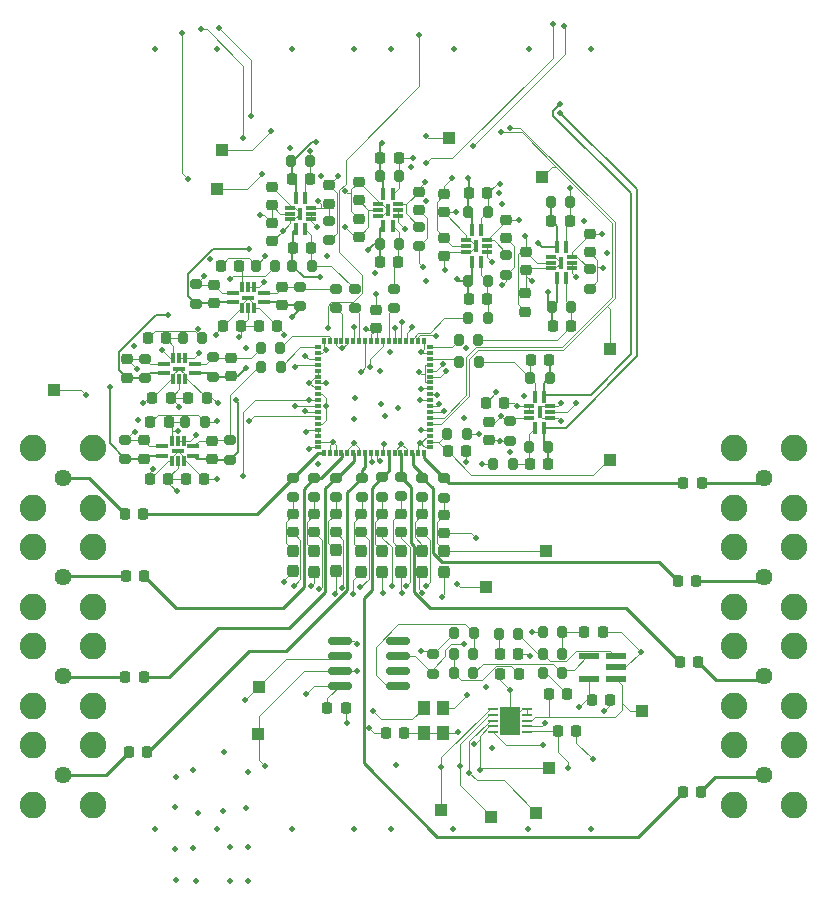
<source format=gtl>
%TF.GenerationSoftware,KiCad,Pcbnew,8.0.5*%
%TF.CreationDate,2025-03-25T15:29:15-05:00*%
%TF.ProjectId,PSEC5_Board,50534543-355f-4426-9f61-72642e6b6963,rev?*%
%TF.SameCoordinates,Original*%
%TF.FileFunction,Copper,L1,Top*%
%TF.FilePolarity,Positive*%
%FSLAX46Y46*%
G04 Gerber Fmt 4.6, Leading zero omitted, Abs format (unit mm)*
G04 Created by KiCad (PCBNEW 8.0.5) date 2025-03-25 15:29:15*
%MOMM*%
%LPD*%
G01*
G04 APERTURE LIST*
G04 Aperture macros list*
%AMRoundRect*
0 Rectangle with rounded corners*
0 $1 Rounding radius*
0 $2 $3 $4 $5 $6 $7 $8 $9 X,Y pos of 4 corners*
0 Add a 4 corners polygon primitive as box body*
4,1,4,$2,$3,$4,$5,$6,$7,$8,$9,$2,$3,0*
0 Add four circle primitives for the rounded corners*
1,1,$1+$1,$2,$3*
1,1,$1+$1,$4,$5*
1,1,$1+$1,$6,$7*
1,1,$1+$1,$8,$9*
0 Add four rect primitives between the rounded corners*
20,1,$1+$1,$2,$3,$4,$5,0*
20,1,$1+$1,$4,$5,$6,$7,0*
20,1,$1+$1,$6,$7,$8,$9,0*
20,1,$1+$1,$8,$9,$2,$3,0*%
G04 Aperture macros list end*
%TA.AperFunction,SMDPad,CuDef*%
%ADD10RoundRect,0.225000X-0.250000X0.225000X-0.250000X-0.225000X0.250000X-0.225000X0.250000X0.225000X0*%
%TD*%
%TA.AperFunction,SMDPad,CuDef*%
%ADD11RoundRect,0.225000X-0.225000X-0.250000X0.225000X-0.250000X0.225000X0.250000X-0.225000X0.250000X0*%
%TD*%
%TA.AperFunction,ComponentPad*%
%ADD12R,1.000000X1.000000*%
%TD*%
%TA.AperFunction,SMDPad,CuDef*%
%ADD13RoundRect,0.225000X0.225000X0.250000X-0.225000X0.250000X-0.225000X-0.250000X0.225000X-0.250000X0*%
%TD*%
%TA.AperFunction,SMDPad,CuDef*%
%ADD14RoundRect,0.200000X-0.275000X0.200000X-0.275000X-0.200000X0.275000X-0.200000X0.275000X0.200000X0*%
%TD*%
%TA.AperFunction,SMDPad,CuDef*%
%ADD15RoundRect,0.200000X-0.200000X-0.275000X0.200000X-0.275000X0.200000X0.275000X-0.200000X0.275000X0*%
%TD*%
%TA.AperFunction,SMDPad,CuDef*%
%ADD16RoundRect,0.200000X0.275000X-0.200000X0.275000X0.200000X-0.275000X0.200000X-0.275000X-0.200000X0*%
%TD*%
%TA.AperFunction,SMDPad,CuDef*%
%ADD17RoundRect,0.200000X0.200000X0.275000X-0.200000X0.275000X-0.200000X-0.275000X0.200000X-0.275000X0*%
%TD*%
%TA.AperFunction,SMDPad,CuDef*%
%ADD18R,1.805236X0.612132*%
%TD*%
%TA.AperFunction,SMDPad,CuDef*%
%ADD19R,0.300000X1.009300*%
%TD*%
%TA.AperFunction,SMDPad,CuDef*%
%ADD20R,0.299974X1.004824*%
%TD*%
%TA.AperFunction,SMDPad,CuDef*%
%ADD21R,0.914400X0.304800*%
%TD*%
%TA.AperFunction,SMDPad,CuDef*%
%ADD22R,0.349758X0.999998*%
%TD*%
%TA.AperFunction,ComponentPad*%
%ADD23C,1.440000*%
%TD*%
%TA.AperFunction,ComponentPad*%
%ADD24C,2.250000*%
%TD*%
%TA.AperFunction,SMDPad,CuDef*%
%ADD25RoundRect,0.237500X-0.237500X0.287500X-0.237500X-0.287500X0.237500X-0.287500X0.237500X0.287500X0*%
%TD*%
%TA.AperFunction,SMDPad,CuDef*%
%ADD26R,1.009300X0.300000*%
%TD*%
%TA.AperFunction,SMDPad,CuDef*%
%ADD27R,1.004824X0.299974*%
%TD*%
%TA.AperFunction,SMDPad,CuDef*%
%ADD28R,0.304800X0.914400*%
%TD*%
%TA.AperFunction,SMDPad,CuDef*%
%ADD29R,0.999998X0.349758*%
%TD*%
%TA.AperFunction,SMDPad,CuDef*%
%ADD30RoundRect,0.225000X0.250000X-0.225000X0.250000X0.225000X-0.250000X0.225000X-0.250000X-0.225000X0*%
%TD*%
%TA.AperFunction,SMDPad,CuDef*%
%ADD31R,1.000000X1.200000*%
%TD*%
%TA.AperFunction,SMDPad,CuDef*%
%ADD32R,0.500000X0.300000*%
%TD*%
%TA.AperFunction,SMDPad,CuDef*%
%ADD33R,0.300000X0.500000*%
%TD*%
%TA.AperFunction,SMDPad,CuDef*%
%ADD34RoundRect,0.150000X0.825000X0.150000X-0.825000X0.150000X-0.825000X-0.150000X0.825000X-0.150000X0*%
%TD*%
%TA.AperFunction,SMDPad,CuDef*%
%ADD35R,0.812800X0.254000*%
%TD*%
%TA.AperFunction,SMDPad,CuDef*%
%ADD36R,1.752600X2.489200*%
%TD*%
%TA.AperFunction,ViaPad*%
%ADD37C,0.500000*%
%TD*%
%TA.AperFunction,Conductor*%
%ADD38C,0.100000*%
%TD*%
%TA.AperFunction,Conductor*%
%ADD39C,0.231978*%
%TD*%
%TA.AperFunction,Conductor*%
%ADD40C,0.231902*%
%TD*%
%TA.AperFunction,Conductor*%
%ADD41C,0.200000*%
%TD*%
G04 APERTURE END LIST*
D10*
%TO.P,C85,1*%
%TO.N,Net-(IC8-+IN)*%
X132964300Y-82225000D03*
%TO.P,C85,2*%
%TO.N,ADC8_Out+*%
X132964300Y-83775000D03*
%TD*%
D11*
%TO.P,C90,1*%
%TO.N,GND*%
X127714300Y-85475000D03*
%TO.P,C90,2*%
%TO.N,VDD33*%
X129264300Y-85475000D03*
%TD*%
D12*
%TO.P,READCLK,1,1*%
%TO.N,ReadClk*%
X133350000Y-60925000D03*
%TD*%
D13*
%TO.P,C104,1*%
%TO.N,GND*%
X166675000Y-104150000D03*
%TO.P,C104,2*%
%TO.N,VDD25*%
X165125000Y-104150000D03*
%TD*%
D14*
%TO.P,R55,1*%
%TO.N,Net-(IC1-VOCM)*%
X164950000Y-67675000D03*
%TO.P,R55,2*%
%TO.N,GND*%
X164950000Y-69325000D03*
%TD*%
D10*
%TO.P,C21,1*%
%TO.N,Net-(C21-Pad1)*%
X150752071Y-88427071D03*
%TO.P,C21,2*%
%TO.N,GND*%
X150752071Y-89977071D03*
%TD*%
D15*
%TO.P,R34,1*%
%TO.N,Net-(IC4--IN)*%
X159800000Y-82700000D03*
%TO.P,R34,2*%
%TO.N,ADC1_Out-*%
X161450000Y-82700000D03*
%TD*%
D16*
%TO.P,R54,1*%
%TO.N,Net-(C25-Pad1)*%
X147400000Y-86950000D03*
%TO.P,R54,2*%
%TO.N,/Pedestals/SIGNAL4*%
X147400000Y-85300000D03*
%TD*%
D17*
%TO.P,R38,1*%
%TO.N,ADC1_Out+*%
X161550000Y-76900000D03*
%TO.P,R38,2*%
%TO.N,Net-(IC4-+IN)*%
X159900000Y-76900000D03*
%TD*%
D18*
%TO.P,U4,1,OUT*%
%TO.N,/Phase_detection/OP_AMP_OUT*%
X167150000Y-102350001D03*
%TO.P,U4,2,VS-*%
%TO.N,GND*%
X167150000Y-101400000D03*
%TO.P,U4,3,IN+*%
%TO.N,Net-(U4-IN+)*%
X167150000Y-100449999D03*
%TO.P,U4,4,IN-*%
%TO.N,Net-(U4-IN-)*%
X164849034Y-100449999D03*
%TO.P,U4,5,VS+*%
%TO.N,VDD25*%
X164849034Y-102350001D03*
%TD*%
D17*
%TO.P,R36,1*%
%TO.N,Net-(IC4-+IN)*%
X155550000Y-75550000D03*
%TO.P,R36,2*%
%TO.N,/ADC_Buffer/ADC1_In*%
X153900000Y-75550000D03*
%TD*%
D13*
%TO.P,C28,1*%
%TO.N,/Pedestals/SIGNAL6*%
X127175000Y-102200000D03*
%TO.P,C28,2*%
%TO.N,Net-(J6-In)*%
X125625000Y-102200000D03*
%TD*%
D17*
%TO.P,R26,1*%
%TO.N,Net-(IC2--IN)*%
X156325000Y-62810700D03*
%TO.P,R26,2*%
%TO.N,ADC3_Out-*%
X154675000Y-62810700D03*
%TD*%
D19*
%TO.P,IC2,1,-OUT*%
%TO.N,ADC3_Out+*%
X154975000Y-67039650D03*
D20*
%TO.P,IC2,2,+IN*%
%TO.N,Net-(IC2-+IN)*%
X155774999Y-67041812D03*
D21*
%TO.P,IC2,3,~{SHDN}*%
%TO.N,VDD33*%
X156251300Y-66224999D03*
%TO.P,IC2,4,V+_1*%
X156251300Y-65725000D03*
%TO.P,IC2,5,VOCM*%
%TO.N,Net-(IC2-VOCM)*%
X156251300Y-65225001D03*
D20*
%TO.P,IC2,6,-IN*%
%TO.N,Net-(IC2--IN)*%
X155774999Y-64408188D03*
%TO.P,IC2,7,+OUT*%
%TO.N,ADC3_Out-*%
X154975001Y-64408188D03*
D21*
%TO.P,IC2,8,V-_1*%
%TO.N,GND*%
X154498700Y-65225001D03*
%TO.P,IC2,9,V+_2*%
%TO.N,VDD33*%
X154498700Y-65725000D03*
%TO.P,IC2,10,V-_2*%
%TO.N,GND*%
X154498700Y-66224999D03*
D22*
%TO.P,IC2,11,EP_(V-)*%
X155350000Y-65725000D03*
%TD*%
D14*
%TO.P,R37,1*%
%TO.N,Net-(IC5-+IN)*%
X145050000Y-69350000D03*
%TO.P,R37,2*%
%TO.N,/ADC_Buffer2/ADC5_In*%
X145050000Y-71000000D03*
%TD*%
D23*
%TO.P,J8,1,In*%
%TO.N,Net-(J8-In)*%
X120375000Y-85375000D03*
D24*
%TO.P,J8,2,Ext*%
%TO.N,GND*%
X122915000Y-82835000D03*
X117835000Y-82835000D03*
X122915000Y-87915000D03*
X117835000Y-87915000D03*
%TD*%
D12*
%TO.P,TP3,1,1*%
%TO.N,DAC_V_OUT*%
X156125000Y-94600000D03*
%TD*%
D10*
%TO.P,C25,1*%
%TO.N,Net-(C25-Pad1)*%
X147400000Y-88425000D03*
%TO.P,C25,2*%
%TO.N,GND*%
X147400000Y-89975000D03*
%TD*%
D23*
%TO.P,J11,1,In*%
%TO.N,Net-(J11-In)*%
X179700000Y-85375000D03*
D24*
%TO.P,J11,2,Ext*%
%TO.N,GND*%
X177160000Y-87915000D03*
X182240000Y-87915000D03*
X177160000Y-82835000D03*
X182240000Y-82835000D03*
%TD*%
D16*
%TO.P,R48,1*%
%TO.N,ADC7_Out+*%
X133084444Y-76774999D03*
%TO.P,R48,2*%
%TO.N,Net-(IC7-+IN)*%
X133084444Y-75124999D03*
%TD*%
D10*
%TO.P,C3,1*%
%TO.N,Net-(C3-Pad1)*%
X152625000Y-88475000D03*
%TO.P,C3,2*%
%TO.N,GND*%
X152625000Y-90025000D03*
%TD*%
D12*
%TO.P,ADC_SDO,1,1*%
%TO.N,ADC_SDO*%
X156550000Y-114100000D03*
%TD*%
D15*
%TO.P,R2,1*%
%TO.N,/Biases\u002CThresh/discthresh1_postrc*%
X152875000Y-81600000D03*
%TO.P,R2,2*%
%TO.N,Disc_Thresh1*%
X154525000Y-81600000D03*
%TD*%
D11*
%TO.P,C70,1*%
%TO.N,Net-(IC4-+IN)*%
X159950000Y-75400000D03*
%TO.P,C70,2*%
%TO.N,ADC1_Out+*%
X161500000Y-75400000D03*
%TD*%
D12*
%TO.P,PED1,1,1*%
%TO.N,Net-(C3-Pad1)*%
X161275000Y-91550000D03*
%TD*%
D16*
%TO.P,R19,1*%
%TO.N,Net-(C23-Pad1)*%
X148950000Y-86925000D03*
%TO.P,R19,2*%
%TO.N,/Pedestals/SIGNAL3*%
X148950000Y-85275000D03*
%TD*%
D12*
%TO.P,ADC_SDI,1,1*%
%TO.N,ADC_SDI*%
X161500000Y-109950000D03*
%TD*%
D16*
%TO.P,R60,1*%
%TO.N,Net-(C31-Pad1)*%
X141625000Y-87000000D03*
%TO.P,R60,2*%
%TO.N,/Pedestals/SIGNAL7*%
X141625000Y-85350000D03*
%TD*%
D25*
%TO.P,L4,1,1*%
%TO.N,Net-(C25-Pad1)*%
X147400000Y-91550000D03*
%TO.P,L4,2,2*%
%TO.N,V_ped4*%
X147400000Y-93300000D03*
%TD*%
D17*
%TO.P,R40,1*%
%TO.N,Net-(IC4--IN)*%
X158450000Y-84200000D03*
%TO.P,R40,2*%
%TO.N,GND*%
X156800000Y-84200000D03*
%TD*%
%TO.P,R30,1*%
%TO.N,Net-(IC3--IN)*%
X148825000Y-59808188D03*
%TO.P,R30,2*%
%TO.N,ADC4_Out-*%
X147175000Y-59808188D03*
%TD*%
D16*
%TO.P,R44,1*%
%TO.N,ADC6_Out+*%
X140458189Y-70801301D03*
%TO.P,R44,2*%
%TO.N,Net-(IC6-+IN)*%
X140458189Y-69151301D03*
%TD*%
D10*
%TO.P,C38,1*%
%TO.N,Net-(IC1-VOCM)*%
X164950000Y-64700000D03*
%TO.P,C38,2*%
%TO.N,GND*%
X164950000Y-66250000D03*
%TD*%
D26*
%TO.P,IC7,1,-OUT*%
%TO.N,ADC7_Out+*%
X131513394Y-76474999D03*
D27*
%TO.P,IC7,2,+IN*%
%TO.N,Net-(IC7-+IN)*%
X131515556Y-75675000D03*
D28*
%TO.P,IC7,3,~{SHDN}*%
%TO.N,VDD33*%
X130698743Y-75198699D03*
%TO.P,IC7,4,V+_1*%
X130198744Y-75198699D03*
%TO.P,IC7,5,VOCM*%
%TO.N,Net-(IC7-VOCM)*%
X129698745Y-75198699D03*
D27*
%TO.P,IC7,6,-IN*%
%TO.N,Net-(IC7--IN)*%
X128881932Y-75675000D03*
%TO.P,IC7,7,+OUT*%
%TO.N,ADC7_Out-*%
X128881932Y-76474998D03*
D28*
%TO.P,IC7,8,V-_1*%
%TO.N,GND*%
X129698745Y-76951299D03*
%TO.P,IC7,9,V+_2*%
%TO.N,VDD33*%
X130198744Y-76951299D03*
%TO.P,IC7,10,V-_2*%
%TO.N,GND*%
X130698743Y-76951299D03*
D29*
%TO.P,IC7,11,EP_(V-)*%
X130198744Y-76099999D03*
%TD*%
D10*
%TO.P,C29,1*%
%TO.N,Net-(C29-Pad1)*%
X143425000Y-88400000D03*
%TO.P,C29,2*%
%TO.N,GND*%
X143425000Y-89950000D03*
%TD*%
D13*
%TO.P,C36,1*%
%TO.N,Net-(IC1-+IN)*%
X163348699Y-72525000D03*
%TO.P,C36,2*%
%TO.N,ADC2_Out+*%
X161798699Y-72525000D03*
%TD*%
D11*
%TO.P,C22,1*%
%TO.N,/Pedestals/SIGNAL3*%
X172575000Y-100950000D03*
%TO.P,C22,2*%
%TO.N,Net-(J3-In)*%
X174125000Y-100950000D03*
%TD*%
D19*
%TO.P,IC4,1,-OUT*%
%TO.N,ADC1_Out+*%
X161100000Y-78485350D03*
D20*
%TO.P,IC4,2,+IN*%
%TO.N,Net-(IC4-+IN)*%
X160300001Y-78483188D03*
D21*
%TO.P,IC4,3,~{SHDN}*%
%TO.N,VDD33*%
X159823700Y-79300001D03*
%TO.P,IC4,4,V+_1*%
X159823700Y-79800000D03*
%TO.P,IC4,5,VOCM*%
%TO.N,Net-(IC4-VOCM)*%
X159823700Y-80299999D03*
D20*
%TO.P,IC4,6,-IN*%
%TO.N,Net-(IC4--IN)*%
X160300001Y-81116812D03*
%TO.P,IC4,7,+OUT*%
%TO.N,ADC1_Out-*%
X161099999Y-81116812D03*
D21*
%TO.P,IC4,8,V-_1*%
%TO.N,GND*%
X161576300Y-80299999D03*
%TO.P,IC4,9,V+_2*%
%TO.N,VDD33*%
X161576300Y-79800000D03*
%TO.P,IC4,10,V-_2*%
%TO.N,GND*%
X161576300Y-79300001D03*
D22*
%TO.P,IC4,11,EP_(V-)*%
X160725000Y-79800000D03*
%TD*%
D12*
%TO.P,THRESH1,1,1*%
%TO.N,/Biases\u002CThresh/discthresh1_postrc*%
X166700000Y-83825000D03*
%TD*%
D25*
%TO.P,L8,1,1*%
%TO.N,Net-(C33-Pad1)*%
X139825000Y-91525000D03*
%TO.P,L8,2,2*%
%TO.N,V_ped8*%
X139825000Y-93275000D03*
%TD*%
D11*
%TO.P,C93,1*%
%TO.N,GND*%
X147704400Y-106975000D03*
%TO.P,C93,2*%
%TO.N,VDD25*%
X149254400Y-106975000D03*
%TD*%
D13*
%TO.P,C79,1*%
%TO.N,Net-(IC7-VOCM)*%
X129059444Y-73549999D03*
%TO.P,C79,2*%
%TO.N,GND*%
X127509444Y-73549999D03*
%TD*%
%TO.P,C74,1*%
%TO.N,GND*%
X138458189Y-72501301D03*
%TO.P,C74,2*%
%TO.N,VDD33*%
X136908189Y-72501301D03*
%TD*%
D12*
%TO.P,ADC_SDK,1,1*%
%TO.N,ADC_SCK*%
X160425000Y-113725000D03*
%TD*%
D13*
%TO.P,C32,1*%
%TO.N,/Pedestals/SIGNAL8*%
X127150000Y-88425000D03*
%TO.P,C32,2*%
%TO.N,Net-(J8-In)*%
X125600000Y-88425000D03*
%TD*%
D23*
%TO.P,J2,1,In*%
%TO.N,Net-(J2-In)*%
X179700000Y-93765000D03*
D24*
%TO.P,J2,2,Ext*%
%TO.N,GND*%
X177160000Y-96305000D03*
X182240000Y-96305000D03*
X177160000Y-91225000D03*
X182240000Y-91225000D03*
%TD*%
D15*
%TO.P,R23,1*%
%TO.N,ADC2_Out+*%
X161748699Y-70850000D03*
%TO.P,R23,2*%
%TO.N,Net-(IC1-+IN)*%
X163398699Y-70850000D03*
%TD*%
D14*
%TO.P,R14,1*%
%TO.N,Net-(IC5-VOCM)*%
X142900001Y-63583188D03*
%TO.P,R14,2*%
%TO.N,GND*%
X142900001Y-65233188D03*
%TD*%
D23*
%TO.P,J6,1,In*%
%TO.N,Net-(J6-In)*%
X120350000Y-102140000D03*
D24*
%TO.P,J6,2,Ext*%
%TO.N,GND*%
X122890000Y-99600000D03*
X117810000Y-99600000D03*
X122890000Y-104680000D03*
X117810000Y-104680000D03*
%TD*%
D13*
%TO.P,C92,1*%
%TO.N,GND*%
X158875000Y-100225000D03*
%TO.P,C92,2*%
%TO.N,Net-(C92-Pad2)*%
X157325000Y-100225000D03*
%TD*%
D15*
%TO.P,R77,1*%
%TO.N,Net-(C92-Pad2)*%
X157225000Y-98550000D03*
%TO.P,R77,2*%
%TO.N,Net-(U4-IN+)*%
X158875000Y-98550000D03*
%TD*%
D16*
%TO.P,R17,1*%
%TO.N,Net-(C21-Pad1)*%
X150752071Y-86977071D03*
%TO.P,R17,2*%
%TO.N,/Pedestals/SIGNAL2*%
X150752071Y-85327071D03*
%TD*%
D30*
%TO.P,C61,1*%
%TO.N,Net-(IC5-VOCM)*%
X142900001Y-62133188D03*
%TO.P,C61,2*%
%TO.N,GND*%
X142900001Y-60583188D03*
%TD*%
D31*
%TO.P,Y1,1,TRI-STATE*%
%TO.N,VDD25*%
X152554400Y-106925000D03*
%TO.P,Y1,2,GND/CASE*%
%TO.N,GND*%
X152554400Y-104825000D03*
%TO.P,Y1,3,OUTPUT*%
%TO.N,CLK_OUT*%
X150904400Y-104825000D03*
%TO.P,Y1,4,VDD*%
%TO.N,VDD25*%
X150904400Y-106925000D03*
%TD*%
D11*
%TO.P,C2,1*%
%TO.N,/Pedestals/SIGNAL1*%
X172875000Y-85775000D03*
%TO.P,C2,2*%
%TO.N,Net-(J11-In)*%
X174425000Y-85775000D03*
%TD*%
D17*
%TO.P,R22,1*%
%TO.N,Net-(IC1-+IN)*%
X155505000Y-73675000D03*
%TO.P,R22,2*%
%TO.N,/ADC_Buffer/ADC2_In*%
X153855000Y-73675000D03*
%TD*%
D16*
%TO.P,R52,1*%
%TO.N,ADC8_Out+*%
X134489300Y-83825000D03*
%TO.P,R52,2*%
%TO.N,Net-(IC8-+IN)*%
X134489300Y-82175000D03*
%TD*%
D14*
%TO.P,R18,1*%
%TO.N,Net-(IC4-VOCM)*%
X158225000Y-80575000D03*
%TO.P,R18,2*%
%TO.N,GND*%
X158225000Y-82225000D03*
%TD*%
D11*
%TO.P,C45,1*%
%TO.N,ADC3_Out-*%
X154725000Y-61260700D03*
%TO.P,C45,2*%
%TO.N,Net-(IC2--IN)*%
X156275000Y-61260700D03*
%TD*%
D10*
%TO.P,C37,1*%
%TO.N,Net-(IC4-VOCM)*%
X156425000Y-80625000D03*
%TO.P,C37,2*%
%TO.N,GND*%
X156425000Y-82175000D03*
%TD*%
%TO.P,C23,1*%
%TO.N,Net-(C23-Pad1)*%
X148950000Y-88425000D03*
%TO.P,C23,2*%
%TO.N,GND*%
X148950000Y-89975000D03*
%TD*%
D15*
%TO.P,R1,1*%
%TO.N,GND*%
X153475000Y-98500000D03*
%TO.P,R1,2*%
%TO.N,Net-(IC9-~{U})*%
X155125000Y-98500000D03*
%TD*%
D12*
%TO.P,INTEGRATOR,1,1*%
%TO.N,/Phase_detection/OP_AMP_OUT*%
X169350000Y-105125000D03*
%TD*%
D13*
%TO.P,C60,1*%
%TO.N,Net-(IC5-+IN)*%
X141375001Y-65858188D03*
%TO.P,C60,2*%
%TO.N,ADC5_Out+*%
X139825001Y-65858188D03*
%TD*%
D10*
%TO.P,C39,1*%
%TO.N,GND*%
X159498699Y-69725000D03*
%TO.P,C39,2*%
%TO.N,VDD33*%
X159498699Y-71275000D03*
%TD*%
D13*
%TO.P,C86,1*%
%TO.N,Net-(IC8-VOCM)*%
X129289300Y-80650000D03*
%TO.P,C86,2*%
%TO.N,GND*%
X127739300Y-80650000D03*
%TD*%
D14*
%TO.P,R59,1*%
%TO.N,Net-(IC2-VOCM)*%
X157875000Y-66485700D03*
%TO.P,R59,2*%
%TO.N,GND*%
X157875000Y-68135700D03*
%TD*%
D15*
%TO.P,R76,1*%
%TO.N,Net-(U4-IN+)*%
X160950000Y-100225000D03*
%TO.P,R76,2*%
%TO.N,Net-(C6-Pad1)*%
X162600000Y-100225000D03*
%TD*%
%TO.P,R51,1*%
%TO.N,Net-(IC8-+IN)*%
X137125000Y-75925000D03*
%TO.P,R51,2*%
%TO.N,/ADC_Buffer3/ADC8_In*%
X138775000Y-75925000D03*
%TD*%
D14*
%TO.P,R31,1*%
%TO.N,Net-(IC3-+IN)*%
X148350000Y-69325000D03*
%TO.P,R31,2*%
%TO.N,/ADC_Buffer2/ADC4_In*%
X148350000Y-70975000D03*
%TD*%
D15*
%TO.P,R32,1*%
%TO.N,ADC4_Out+*%
X147150000Y-65558188D03*
%TO.P,R32,2*%
%TO.N,Net-(IC3-+IN)*%
X148800000Y-65558188D03*
%TD*%
D10*
%TO.P,C27,1*%
%TO.N,Net-(C27-Pad1)*%
X145600000Y-88425000D03*
%TO.P,C27,2*%
%TO.N,GND*%
X145600000Y-89975000D03*
%TD*%
D13*
%TO.P,C68,1*%
%TO.N,ADC1_Out-*%
X161400000Y-84200000D03*
%TO.P,C68,2*%
%TO.N,Net-(IC4--IN)*%
X159850000Y-84200000D03*
%TD*%
D12*
%TO.P,CLK_OUT,1,1*%
%TO.N,CLK_OUT*%
X136900000Y-107025000D03*
%TD*%
D13*
%TO.P,C26,1*%
%TO.N,/Pedestals/SIGNAL5*%
X127500000Y-108550000D03*
%TO.P,C26,2*%
%TO.N,Net-(J5-In)*%
X125950000Y-108550000D03*
%TD*%
D25*
%TO.P,L1,1,1*%
%TO.N,Net-(C3-Pad1)*%
X152650000Y-91550000D03*
%TO.P,L1,2,2*%
%TO.N,V_ped1*%
X152650000Y-93300000D03*
%TD*%
D11*
%TO.P,C1,1*%
%TO.N,GND*%
X157375000Y-101925000D03*
%TO.P,C1,2*%
%TO.N,Net-(C1-Pad2)*%
X158925000Y-101925000D03*
%TD*%
D14*
%TO.P,R43,1*%
%TO.N,Net-(IC6-+IN)*%
X143500000Y-69350000D03*
%TO.P,R43,2*%
%TO.N,/ADC_Buffer3/ADC6_In*%
X143500000Y-71000000D03*
%TD*%
D10*
%TO.P,C78,1*%
%TO.N,Net-(IC7-+IN)*%
X134609444Y-75174999D03*
%TO.P,C78,2*%
%TO.N,ADC7_Out+*%
X134609444Y-76724999D03*
%TD*%
D11*
%TO.P,C35,1*%
%TO.N,ADC2_Out-*%
X161698699Y-63600000D03*
%TO.P,C35,2*%
%TO.N,Net-(IC1--IN)*%
X163248699Y-63600000D03*
%TD*%
%TO.P,C83,1*%
%TO.N,GND*%
X127909444Y-78574999D03*
%TO.P,C83,2*%
%TO.N,VDD33*%
X129459444Y-78574999D03*
%TD*%
D30*
%TO.P,C66,1*%
%TO.N,ADC6_Out-*%
X133133189Y-70576301D03*
%TO.P,C66,2*%
%TO.N,Net-(IC6--IN)*%
X133133189Y-69026301D03*
%TD*%
D10*
%TO.P,C56,1*%
%TO.N,GND*%
X145400000Y-63408188D03*
%TO.P,C56,2*%
%TO.N,VDD33*%
X145400000Y-64958188D03*
%TD*%
D15*
%TO.P,R73,1*%
%TO.N,Net-(C1-Pad2)*%
X153450000Y-100275000D03*
%TO.P,R73,2*%
%TO.N,Net-(IC9-~{U})*%
X155100000Y-100275000D03*
%TD*%
D12*
%TO.P,TRIGGERIN,1,1*%
%TO.N,TRIGGERIN*%
X119575000Y-77900000D03*
%TD*%
D25*
%TO.P,L3,1,1*%
%TO.N,Net-(C23-Pad1)*%
X149000000Y-91550000D03*
%TO.P,L3,2,2*%
%TO.N,V_ped3*%
X149000000Y-93300000D03*
%TD*%
D13*
%TO.P,C46,1*%
%TO.N,Net-(IC2-+IN)*%
X156250000Y-70210700D03*
%TO.P,C46,2*%
%TO.N,ADC3_Out+*%
X154700000Y-70210700D03*
%TD*%
D30*
%TO.P,C62,1*%
%TO.N,GND*%
X138050001Y-65333188D03*
%TO.P,C62,2*%
%TO.N,VDD33*%
X138050001Y-63783188D03*
%TD*%
D13*
%TO.P,C30,1*%
%TO.N,/Pedestals/SIGNAL7*%
X127250000Y-93650000D03*
%TO.P,C30,2*%
%TO.N,Net-(J7-In)*%
X125700000Y-93650000D03*
%TD*%
D25*
%TO.P,L6,1,1*%
%TO.N,Net-(C29-Pad1)*%
X143425000Y-91500000D03*
%TO.P,L6,2,2*%
%TO.N,V_ped6*%
X143425000Y-93250000D03*
%TD*%
D13*
%TO.P,C53,1*%
%TO.N,Net-(IC3-+IN)*%
X148750000Y-67083188D03*
%TO.P,C53,2*%
%TO.N,ADC4_Out+*%
X147200000Y-67083188D03*
%TD*%
D25*
%TO.P,L2,1,1*%
%TO.N,Net-(C21-Pad1)*%
X150752071Y-91552071D03*
%TO.P,L2,2,2*%
%TO.N,V_ped2*%
X150752071Y-93302071D03*
%TD*%
D14*
%TO.P,R64,1*%
%TO.N,Net-(IC3-VOCM)*%
X150475000Y-64083188D03*
%TO.P,R64,2*%
%TO.N,GND*%
X150475000Y-65733188D03*
%TD*%
D15*
%TO.P,R78,1*%
%TO.N,Net-(C103-Pad2)*%
X160950000Y-101875000D03*
%TO.P,R78,2*%
%TO.N,Net-(U4-IN-)*%
X162600000Y-101875000D03*
%TD*%
D23*
%TO.P,J5,1,In*%
%TO.N,Net-(J5-In)*%
X120350000Y-110490000D03*
D24*
%TO.P,J5,2,Ext*%
%TO.N,GND*%
X122890000Y-113030000D03*
X122890000Y-107950000D03*
X117810000Y-113030000D03*
X117810000Y-107950000D03*
%TD*%
D19*
%TO.P,IC1,1,-OUT*%
%TO.N,ADC2_Out+*%
X162149999Y-68439650D03*
D20*
%TO.P,IC1,2,+IN*%
%TO.N,Net-(IC1-+IN)*%
X162949998Y-68441812D03*
D21*
%TO.P,IC1,3,~{SHDN}*%
%TO.N,VDD33*%
X163426299Y-67624999D03*
%TO.P,IC1,4,V+_1*%
X163426299Y-67125000D03*
%TO.P,IC1,5,VOCM*%
%TO.N,Net-(IC1-VOCM)*%
X163426299Y-66625001D03*
D20*
%TO.P,IC1,6,-IN*%
%TO.N,Net-(IC1--IN)*%
X162949998Y-65808188D03*
%TO.P,IC1,7,+OUT*%
%TO.N,ADC2_Out-*%
X162150000Y-65808188D03*
D21*
%TO.P,IC1,8,V-_1*%
%TO.N,GND*%
X161673699Y-66625001D03*
%TO.P,IC1,9,V+_2*%
%TO.N,VDD33*%
X161673699Y-67125000D03*
%TO.P,IC1,10,V-_2*%
%TO.N,GND*%
X161673699Y-67624999D03*
D22*
%TO.P,IC1,11,EP_(V-)*%
X162524999Y-67125000D03*
%TD*%
D13*
%TO.P,C81,1*%
%TO.N,GND*%
X132514444Y-78579999D03*
%TO.P,C81,2*%
%TO.N,VDD33*%
X130964444Y-78579999D03*
%TD*%
D30*
%TO.P,C84,1*%
%TO.N,ADC8_Out-*%
X127169300Y-83725000D03*
%TO.P,C84,2*%
%TO.N,Net-(IC8--IN)*%
X127169300Y-82175000D03*
%TD*%
D16*
%TO.P,R58,1*%
%TO.N,Net-(C29-Pad1)*%
X143425000Y-86975000D03*
%TO.P,R58,2*%
%TO.N,/Pedestals/SIGNAL6*%
X143425000Y-85325000D03*
%TD*%
D14*
%TO.P,R50,1*%
%TO.N,Net-(IC8--IN)*%
X125639300Y-82125000D03*
%TO.P,R50,2*%
%TO.N,ADC8_Out-*%
X125639300Y-83775000D03*
%TD*%
D19*
%TO.P,IC3,1,-OUT*%
%TO.N,ADC4_Out+*%
X147474999Y-63989650D03*
D20*
%TO.P,IC3,2,+IN*%
%TO.N,Net-(IC3-+IN)*%
X148274998Y-63991812D03*
D21*
%TO.P,IC3,3,~{SHDN}*%
%TO.N,VDD33*%
X148751299Y-63174999D03*
%TO.P,IC3,4,V+_1*%
X148751299Y-62675000D03*
%TO.P,IC3,5,VOCM*%
%TO.N,Net-(IC3-VOCM)*%
X148751299Y-62175001D03*
D20*
%TO.P,IC3,6,-IN*%
%TO.N,Net-(IC3--IN)*%
X148274998Y-61358188D03*
%TO.P,IC3,7,+OUT*%
%TO.N,ADC4_Out-*%
X147475000Y-61358188D03*
D21*
%TO.P,IC3,8,V-_1*%
%TO.N,GND*%
X146998699Y-62175001D03*
%TO.P,IC3,9,V+_2*%
%TO.N,VDD33*%
X146998699Y-62675000D03*
%TO.P,IC3,10,V-_2*%
%TO.N,GND*%
X146998699Y-63174999D03*
D22*
%TO.P,IC3,11,EP_(V-)*%
X147849999Y-62675000D03*
%TD*%
D11*
%TO.P,C8,1*%
%TO.N,/Biases\u002CThresh/discthresh1_postrc*%
X152925000Y-83100000D03*
%TO.P,C8,2*%
%TO.N,GND*%
X154475000Y-83100000D03*
%TD*%
D12*
%TO.P,PSEC5_CLK_OUT,1,1*%
%TO.N,PSEC5_CLK_OUT*%
X136925000Y-103025000D03*
%TD*%
D11*
%TO.P,C52,1*%
%TO.N,ADC4_Out-*%
X147225000Y-58283188D03*
%TO.P,C52,2*%
%TO.N,Net-(IC3--IN)*%
X148775000Y-58283188D03*
%TD*%
D26*
%TO.P,IC6,1,-OUT*%
%TO.N,ADC6_Out+*%
X137339651Y-70476300D03*
D27*
%TO.P,IC6,2,+IN*%
%TO.N,Net-(IC6-+IN)*%
X137341813Y-69676301D03*
D28*
%TO.P,IC6,3,~{SHDN}*%
%TO.N,VDD33*%
X136525000Y-69200000D03*
%TO.P,IC6,4,V+_1*%
X136025001Y-69200000D03*
%TO.P,IC6,5,VOCM*%
%TO.N,Net-(IC6-VOCM)*%
X135525002Y-69200000D03*
D27*
%TO.P,IC6,6,-IN*%
%TO.N,Net-(IC6--IN)*%
X134708189Y-69676301D03*
%TO.P,IC6,7,+OUT*%
%TO.N,ADC6_Out-*%
X134708189Y-70476299D03*
D28*
%TO.P,IC6,8,V-_1*%
%TO.N,GND*%
X135525002Y-70952600D03*
%TO.P,IC6,9,V+_2*%
%TO.N,VDD33*%
X136025001Y-70952600D03*
%TO.P,IC6,10,V-_2*%
%TO.N,GND*%
X136525000Y-70952600D03*
D29*
%TO.P,IC6,11,EP_(V-)*%
X136025001Y-70101300D03*
%TD*%
D17*
%TO.P,R74,1*%
%TO.N,Net-(C6-Pad1)*%
X162625000Y-98375000D03*
%TO.P,R74,2*%
%TO.N,Net-(IC9-~{D})*%
X160975000Y-98375000D03*
%TD*%
D14*
%TO.P,R72,1*%
%TO.N,GND*%
X151650000Y-100300000D03*
%TO.P,R72,2*%
%TO.N,Net-(IC9-~{D})*%
X151650000Y-101950000D03*
%TD*%
D15*
%TO.P,R39,1*%
%TO.N,ADC5_Out+*%
X139775001Y-67383188D03*
%TO.P,R39,2*%
%TO.N,Net-(IC5-+IN)*%
X141425001Y-67383188D03*
%TD*%
D13*
%TO.P,C69,1*%
%TO.N,Net-(IC6-VOCM)*%
X135258189Y-67376301D03*
%TO.P,C69,2*%
%TO.N,GND*%
X133708189Y-67376301D03*
%TD*%
D10*
%TO.P,C31,1*%
%TO.N,Net-(C31-Pad1)*%
X141625000Y-88425000D03*
%TO.P,C31,2*%
%TO.N,GND*%
X141625000Y-89975000D03*
%TD*%
D16*
%TO.P,R62,1*%
%TO.N,Net-(C33-Pad1)*%
X139825000Y-87000000D03*
%TO.P,R62,2*%
%TO.N,/Pedestals/SIGNAL8*%
X139825000Y-85350000D03*
%TD*%
D23*
%TO.P,J4,1,In*%
%TO.N,Net-(J4-In)*%
X179695000Y-110490000D03*
D24*
%TO.P,J4,2,Ext*%
%TO.N,GND*%
X177155000Y-113030000D03*
X182235000Y-113030000D03*
X177155000Y-107950000D03*
X182235000Y-107950000D03*
%TD*%
D32*
%TO.P,U2,1,THRES8*%
%TO.N,/Biases\u002CThresh/discthresh8_postrc*%
X141925000Y-82775000D03*
%TO.P,U2,2,VDD*%
%TO.N,VDD*%
X141925000Y-82275000D03*
%TO.P,U2,3,GND*%
%TO.N,GND*%
X141925000Y-81775000D03*
%TO.P,U2,4,GND*%
X141925000Y-81275000D03*
%TO.P,U2,5,VDD25*%
%TO.N,VDD25*%
X141925000Y-80775000D03*
%TO.P,U2,6,TRIGGERIN*%
%TO.N,TRIGGERIN*%
X141925000Y-80275000D03*
%TO.P,U2,7,TRIGGEROUT*%
%TO.N,TRIGGEROUT*%
X141925000Y-79775000D03*
%TO.P,U2,8,READCLK*%
%TO.N,ReadClk*%
X141925000Y-79275000D03*
%TO.P,U2,9,REFCLKOUT*%
%TO.N,PSEC5_CLK_OUT*%
X141925000Y-78775000D03*
%TO.P,U2,10,VDD25*%
%TO.N,VDD25*%
X141925000Y-78275000D03*
%TO.P,U2,11,GND*%
%TO.N,GND*%
X141925000Y-77775000D03*
%TO.P,U2,12,VDD*%
%TO.N,VDD*%
X141925000Y-77275000D03*
%TO.P,U2,13,GND*%
%TO.N,GND*%
X141925000Y-76775000D03*
%TO.P,U2,14,GND*%
X141925000Y-76275000D03*
%TO.P,U2,15,THRES7*%
%TO.N,/Biases\u002CThresh/discthresh7_postrc*%
X141925000Y-75775000D03*
%TO.P,U2,16,THRES6*%
%TO.N,/Biases\u002CThresh/discthresh6_postrc*%
X141925000Y-75275000D03*
%TO.P,U2,17,GND*%
%TO.N,GND*%
X141925000Y-74775000D03*
%TO.P,U2,18,READOUT8*%
%TO.N,/ADC_Buffer3/ADC8_In*%
X141925000Y-74275000D03*
D33*
%TO.P,U2,19,GND*%
%TO.N,GND*%
X142425000Y-73775000D03*
%TO.P,U2,20,READOUT7*%
%TO.N,/ADC_Buffer3/ADC7_In*%
X142925000Y-73775000D03*
%TO.P,U2,21,VDD25*%
%TO.N,VDD25*%
X143425000Y-73775000D03*
%TO.P,U2,22,READOUT6*%
%TO.N,/ADC_Buffer3/ADC6_In*%
X143925000Y-73775000D03*
%TO.P,U2,23,VDD25*%
%TO.N,VDD25*%
X144425000Y-73775000D03*
%TO.P,U2,24,THRES5*%
%TO.N,/Biases\u002CThresh/discthresh5_postrc*%
X144925000Y-73775000D03*
%TO.P,U2,25,READOUT5*%
%TO.N,/ADC_Buffer2/ADC5_In*%
X145425000Y-73775000D03*
%TO.P,U2,26,VCOCTRL*%
%TO.N,Net-(U2-VCOCTRL)*%
X145925000Y-73775000D03*
%TO.P,U2,27,VCOVDD*%
%TO.N,VDD*%
X146425000Y-73775000D03*
%TO.P,U2,28,VCOVDD*%
X146925000Y-73775000D03*
%TO.P,U2,29,VDD*%
X147425000Y-73775000D03*
%TO.P,U2,30,READOUT4*%
%TO.N,/ADC_Buffer2/ADC4_In*%
X147925000Y-73775000D03*
%TO.P,U2,31,THRES4*%
%TO.N,/Biases\u002CThresh/discthresh4_postrc*%
X148425000Y-73775000D03*
%TO.P,U2,32,GND*%
%TO.N,GND*%
X148925000Y-73775000D03*
%TO.P,U2,33,READBIAS1*%
%TO.N,/Biases\u002CThresh/readbias1_postrc*%
X149425000Y-73775000D03*
%TO.P,U2,34,READOUT3*%
%TO.N,/ADC_Buffer/ADC3_In*%
X149925000Y-73775000D03*
%TO.P,U2,35,READBIAS2*%
%TO.N,/Biases\u002CThresh/readbias2_postrc*%
X150425000Y-73775000D03*
%TO.P,U2,36,VDD25*%
%TO.N,VDD25*%
X150925000Y-73775000D03*
D32*
%TO.P,U2,37,READOUT2*%
%TO.N,/ADC_Buffer/ADC2_In*%
X151425000Y-74275000D03*
%TO.P,U2,38,VDD25*%
%TO.N,VDD25*%
X151425000Y-74775000D03*
%TO.P,U2,39,READOUT1*%
%TO.N,/ADC_Buffer/ADC1_In*%
X151425000Y-75275000D03*
%TO.P,U2,40,GND*%
%TO.N,GND*%
X151425000Y-75775000D03*
%TO.P,U2,41,THRES3*%
%TO.N,/Biases\u002CThresh/discthresh3_postrc*%
X151425000Y-76275000D03*
%TO.P,U2,42,THRES2*%
%TO.N,/Biases\u002CThresh/discthresh2_postrc*%
X151425000Y-76775000D03*
%TO.P,U2,43,GND*%
%TO.N,GND*%
X151425000Y-77275000D03*
%TO.P,U2,44,VDD*%
%TO.N,VDD*%
X151425000Y-77775000D03*
%TO.P,U2,45,VDD25*%
%TO.N,VDD25*%
X151425000Y-78275000D03*
%TO.P,U2,46,GND*%
%TO.N,GND*%
X151425000Y-78775000D03*
%TO.P,U2,47,PICO*%
%TO.N,PICO*%
X151425000Y-79275000D03*
%TO.P,U2,48,POCI*%
%TO.N,POCI*%
X151425000Y-79775000D03*
%TO.P,U2,49,RESET*%
%TO.N,rst*%
X151425000Y-80275000D03*
%TO.P,U2,50,SPICLK*%
%TO.N,SPIclk*%
X151425000Y-80775000D03*
%TO.P,U2,51,VDD25*%
%TO.N,VDD25*%
X151425000Y-81275000D03*
%TO.P,U2,52,VDD*%
%TO.N,VDD*%
X151425000Y-81775000D03*
%TO.P,U2,53,THRES1*%
%TO.N,/Biases\u002CThresh/discthresh1_postrc*%
X151425000Y-82275000D03*
%TO.P,U2,54,VDD*%
%TO.N,VDD*%
X151425000Y-82775000D03*
D33*
%TO.P,U2,55,SIGNAL1*%
%TO.N,/Pedestals/SIGNAL1*%
X150925000Y-83275000D03*
%TO.P,U2,56,VDD*%
%TO.N,VDD*%
X150425000Y-83275000D03*
%TO.P,U2,57,SIGNAL2*%
%TO.N,/Pedestals/SIGNAL2*%
X149925000Y-83275000D03*
%TO.P,U2,58,VDD*%
%TO.N,VDD*%
X149425000Y-83275000D03*
%TO.P,U2,59,SIGNAL3*%
%TO.N,/Pedestals/SIGNAL3*%
X148925000Y-83275000D03*
%TO.P,U2,60,VDD*%
%TO.N,VDD*%
X148425000Y-83275000D03*
%TO.P,U2,61,SIGNAL4*%
%TO.N,/Pedestals/SIGNAL4*%
X147925000Y-83275000D03*
%TO.P,U2,62,VDD*%
%TO.N,VDD*%
X147425000Y-83275000D03*
%TO.P,U2,63,WBUFBIAS*%
%TO.N,/Biases\u002CThresh/wbufbias_postrc*%
X146925000Y-83275000D03*
%TO.P,U2,64,DISCBIAS*%
%TO.N,/Biases\u002CThresh/discbias_postrc*%
X146425000Y-83275000D03*
%TO.P,U2,65,SIGNAL5*%
%TO.N,/Pedestals/SIGNAL5*%
X145925000Y-83275000D03*
%TO.P,U2,66,VDD*%
%TO.N,VDD*%
X145425000Y-83275000D03*
%TO.P,U2,67,SIGNAL6*%
%TO.N,/Pedestals/SIGNAL6*%
X144925000Y-83275000D03*
%TO.P,U2,68,VDD*%
%TO.N,VDD*%
X144425000Y-83275000D03*
%TO.P,U2,69,SIGNAL7*%
%TO.N,/Pedestals/SIGNAL7*%
X143925000Y-83275000D03*
%TO.P,U2,70,VDD*%
%TO.N,VDD*%
X143425000Y-83275000D03*
%TO.P,U2,71,VDD*%
X142925000Y-83275000D03*
%TO.P,U2,72,SIGNAL8*%
%TO.N,/Pedestals/SIGNAL8*%
X142425000Y-83275000D03*
%TD*%
D11*
%TO.P,C103,1*%
%TO.N,/Phase_detection/OP_AMP_OUT*%
X161500000Y-103675000D03*
%TO.P,C103,2*%
%TO.N,Net-(C103-Pad2)*%
X163050000Y-103675000D03*
%TD*%
D15*
%TO.P,R28,1*%
%TO.N,ADC3_Out+*%
X154650000Y-68660700D03*
%TO.P,R28,2*%
%TO.N,Net-(IC2-+IN)*%
X156300000Y-68660700D03*
%TD*%
D16*
%TO.P,R15,1*%
%TO.N,Net-(C3-Pad1)*%
X152625000Y-87025000D03*
%TO.P,R15,2*%
%TO.N,/Pedestals/SIGNAL1*%
X152625000Y-85375000D03*
%TD*%
D10*
%TO.P,C67,1*%
%TO.N,Net-(IC6-+IN)*%
X138933189Y-69201301D03*
%TO.P,C67,2*%
%TO.N,ADC6_Out+*%
X138933189Y-70751301D03*
%TD*%
%TO.P,C58,1*%
%TO.N,GND*%
X145400000Y-60308188D03*
%TO.P,C58,2*%
%TO.N,VDD33*%
X145400000Y-61858188D03*
%TD*%
D14*
%TO.P,R42,1*%
%TO.N,Net-(IC6--IN)*%
X131583189Y-68976301D03*
%TO.P,R42,2*%
%TO.N,ADC6_Out-*%
X131583189Y-70626301D03*
%TD*%
D12*
%TO.P,RST,1,1*%
%TO.N,rst*%
X160925000Y-59850000D03*
%TD*%
D11*
%TO.P,C59,1*%
%TO.N,ADC5_Out-*%
X139700001Y-60083188D03*
%TO.P,C59,2*%
%TO.N,Net-(IC5--IN)*%
X141250001Y-60083188D03*
%TD*%
D15*
%TO.P,R68,1*%
%TO.N,Net-(IC7-VOCM)*%
X130484444Y-73549999D03*
%TO.P,R68,2*%
%TO.N,GND*%
X132134444Y-73549999D03*
%TD*%
D25*
%TO.P,L5,1,1*%
%TO.N,Net-(C27-Pad1)*%
X145600000Y-91550000D03*
%TO.P,L5,2,2*%
%TO.N,V_ped5*%
X145600000Y-93300000D03*
%TD*%
D15*
%TO.P,R47,1*%
%TO.N,Net-(IC7-+IN)*%
X137075000Y-74350000D03*
%TO.P,R47,2*%
%TO.N,/ADC_Buffer3/ADC7_In*%
X138725000Y-74350000D03*
%TD*%
D30*
%TO.P,C48,1*%
%TO.N,GND*%
X152625000Y-66585700D03*
%TO.P,C48,2*%
%TO.N,VDD33*%
X152625000Y-65035700D03*
%TD*%
D11*
%TO.P,C94,1*%
%TO.N,VDD25*%
X162254400Y-106775000D03*
%TO.P,C94,2*%
%TO.N,GND*%
X163804400Y-106775000D03*
%TD*%
%TO.P,C20,1*%
%TO.N,/Pedestals/SIGNAL2*%
X172425000Y-94100000D03*
%TO.P,C20,2*%
%TO.N,Net-(J2-In)*%
X173975000Y-94100000D03*
%TD*%
D12*
%TO.P,TRIGGEROUT,1,1*%
%TO.N,TRIGGEROUT*%
X133800000Y-57600000D03*
%TD*%
D23*
%TO.P,J7,1,In*%
%TO.N,Net-(J7-In)*%
X120360000Y-93765000D03*
D24*
%TO.P,J7,2,Ext*%
%TO.N,GND*%
X122900000Y-91225000D03*
X117820000Y-91225000D03*
X122900000Y-96305000D03*
X117820000Y-96305000D03*
%TD*%
D11*
%TO.P,C75,1*%
%TO.N,GND*%
X133883189Y-72501301D03*
%TO.P,C75,2*%
%TO.N,VDD33*%
X135433189Y-72501301D03*
%TD*%
D15*
%TO.P,R70,1*%
%TO.N,Net-(IC8-VOCM)*%
X130714300Y-80650000D03*
%TO.P,R70,2*%
%TO.N,GND*%
X132364300Y-80650000D03*
%TD*%
D11*
%TO.P,C6,1*%
%TO.N,Net-(C6-Pad1)*%
X164500000Y-98400000D03*
%TO.P,C6,2*%
%TO.N,GND*%
X166050000Y-98400000D03*
%TD*%
D10*
%TO.P,C65,1*%
%TO.N,GND*%
X138050001Y-60733188D03*
%TO.P,C65,2*%
%TO.N,VDD33*%
X138050001Y-62283188D03*
%TD*%
D26*
%TO.P,IC8,1,-OUT*%
%TO.N,ADC8_Out+*%
X131378950Y-83475000D03*
D27*
%TO.P,IC8,2,+IN*%
%TO.N,Net-(IC8-+IN)*%
X131381112Y-82675001D03*
D28*
%TO.P,IC8,3,~{SHDN}*%
%TO.N,VDD33*%
X130564299Y-82198700D03*
%TO.P,IC8,4,V+_1*%
X130064300Y-82198700D03*
%TO.P,IC8,5,VOCM*%
%TO.N,Net-(IC8-VOCM)*%
X129564301Y-82198700D03*
D27*
%TO.P,IC8,6,-IN*%
%TO.N,Net-(IC8--IN)*%
X128747488Y-82675001D03*
%TO.P,IC8,7,+OUT*%
%TO.N,ADC8_Out-*%
X128747488Y-83474999D03*
D28*
%TO.P,IC8,8,V-_1*%
%TO.N,GND*%
X129564301Y-83951300D03*
%TO.P,IC8,9,V+_2*%
%TO.N,VDD33*%
X130064300Y-83951300D03*
%TO.P,IC8,10,V-_2*%
%TO.N,GND*%
X130564299Y-83951300D03*
D29*
%TO.P,IC8,11,EP_(V-)*%
X130064300Y-83100000D03*
%TD*%
D17*
%TO.P,R35,1*%
%TO.N,Net-(IC5--IN)*%
X141300001Y-58558188D03*
%TO.P,R35,2*%
%TO.N,ADC5_Out-*%
X139650001Y-58558188D03*
%TD*%
D16*
%TO.P,R56,1*%
%TO.N,Net-(C27-Pad1)*%
X145625000Y-86975000D03*
%TO.P,R56,2*%
%TO.N,/Pedestals/SIGNAL5*%
X145625000Y-85325000D03*
%TD*%
D30*
%TO.P,C77,1*%
%TO.N,ADC7_Out-*%
X125784444Y-76874999D03*
%TO.P,C77,2*%
%TO.N,Net-(IC7--IN)*%
X125784444Y-75324999D03*
%TD*%
D12*
%TO.P,SPICLK,1,1*%
%TO.N,SPIclk*%
X166675000Y-74450000D03*
%TD*%
D14*
%TO.P,R46,1*%
%TO.N,Net-(IC7--IN)*%
X127309444Y-75274999D03*
%TO.P,R46,2*%
%TO.N,ADC7_Out-*%
X127309444Y-76924999D03*
%TD*%
D12*
%TO.P,ADC_CNV,1,1*%
%TO.N,ADC_CNV*%
X152325000Y-113475000D03*
%TD*%
D34*
%TO.P,IC9,1,~{U}*%
%TO.N,Net-(IC9-~{U})*%
X148725000Y-102965000D03*
%TO.P,IC9,2,U*%
%TO.N,unconnected-(IC9-U-Pad2)*%
X148725000Y-101695000D03*
%TO.P,IC9,3,~{D}*%
%TO.N,Net-(IC9-~{D})*%
X148725000Y-100425000D03*
%TO.P,IC9,4,D*%
%TO.N,unconnected-(IC9-D-Pad4)*%
X148725000Y-99155000D03*
%TO.P,IC9,5,VEE*%
%TO.N,GND*%
X143775000Y-99155000D03*
%TO.P,IC9,6,FB*%
%TO.N,PSEC5_CLK_OUT*%
X143775000Y-100425000D03*
%TO.P,IC9,7,R*%
%TO.N,CLK_OUT*%
X143775000Y-101695000D03*
%TO.P,IC9,8,VCC*%
%TO.N,VDD33*%
X143775000Y-102965000D03*
%TD*%
D10*
%TO.P,C33,1*%
%TO.N,Net-(C33-Pad1)*%
X139825000Y-88425000D03*
%TO.P,C33,2*%
%TO.N,GND*%
X139825000Y-89975000D03*
%TD*%
%TO.P,C47,1*%
%TO.N,Net-(IC2-VOCM)*%
X157875000Y-63510700D03*
%TO.P,C47,2*%
%TO.N,GND*%
X157875000Y-65060700D03*
%TD*%
D11*
%TO.P,C72,1*%
%TO.N,GND*%
X156150000Y-79000000D03*
%TO.P,C72,2*%
%TO.N,VDD33*%
X157700000Y-79000000D03*
%TD*%
D30*
%TO.P,C7,1*%
%TO.N,VDD*%
X146825000Y-72650000D03*
%TO.P,C7,2*%
%TO.N,GND*%
X146825000Y-71100000D03*
%TD*%
D25*
%TO.P,L7,1,1*%
%TO.N,Net-(C31-Pad1)*%
X141625000Y-91575000D03*
%TO.P,L7,2,2*%
%TO.N,V_ped7*%
X141625000Y-93325000D03*
%TD*%
D11*
%TO.P,C122,1*%
%TO.N,VDD33*%
X142725000Y-104875000D03*
%TO.P,C122,2*%
%TO.N,GND*%
X144275000Y-104875000D03*
%TD*%
D30*
%TO.P,C51,1*%
%TO.N,GND*%
X152600000Y-62885700D03*
%TO.P,C51,2*%
%TO.N,VDD33*%
X152600000Y-61335700D03*
%TD*%
D10*
%TO.P,C54,1*%
%TO.N,Net-(IC3-VOCM)*%
X150475000Y-61108188D03*
%TO.P,C54,2*%
%TO.N,GND*%
X150475000Y-62658188D03*
%TD*%
D35*
%TO.P,U7,1,REF*%
%TO.N,VDD25*%
X159675000Y-106900000D03*
%TO.P,U7,2,VDD*%
%TO.N,VDD18*%
X159675000Y-106399998D03*
%TO.P,U7,3,IN+*%
%TO.N,/Phase_detection/OP_AMP_OUT*%
X159675000Y-105899999D03*
%TO.P,U7,4,IN*%
%TO.N,GND*%
X159675000Y-105400000D03*
%TO.P,U7,5,GND*%
X159675000Y-104899998D03*
%TO.P,U7,6,CNV*%
%TO.N,ADC_CNV*%
X156779400Y-104899998D03*
%TO.P,U7,7,SDO*%
%TO.N,ADC_SDO*%
X156779400Y-105400000D03*
%TO.P,U7,8,SCK*%
%TO.N,ADC_SCK*%
X156779400Y-105899999D03*
%TO.P,U7,9,SDI*%
%TO.N,ADC_SDI*%
X156779400Y-106399998D03*
%TO.P,U7,10,VIO*%
%TO.N,VDD18*%
X156779400Y-106900000D03*
D36*
%TO.P,U7,11,EPAD*%
%TO.N,GND*%
X158227200Y-105899999D03*
%TD*%
D17*
%TO.P,R66,1*%
%TO.N,Net-(IC6-VOCM)*%
X138333189Y-67376301D03*
%TO.P,R66,2*%
%TO.N,GND*%
X136683189Y-67376301D03*
%TD*%
D23*
%TO.P,J3,1,In*%
%TO.N,Net-(J3-In)*%
X179700000Y-102140000D03*
D24*
%TO.P,J3,2,Ext*%
%TO.N,GND*%
X177160000Y-104680000D03*
X182240000Y-104680000D03*
X177160000Y-99600000D03*
X182240000Y-99600000D03*
%TD*%
D30*
%TO.P,C41,1*%
%TO.N,GND*%
X159548699Y-67750000D03*
%TO.P,C41,2*%
%TO.N,VDD33*%
X159548699Y-66200000D03*
%TD*%
D19*
%TO.P,IC5,1,-OUT*%
%TO.N,ADC5_Out+*%
X140075000Y-64289650D03*
D20*
%TO.P,IC5,2,+IN*%
%TO.N,Net-(IC5-+IN)*%
X140874999Y-64291812D03*
D21*
%TO.P,IC5,3,~{SHDN}*%
%TO.N,VDD33*%
X141351300Y-63474999D03*
%TO.P,IC5,4,V+_1*%
X141351300Y-62975000D03*
%TO.P,IC5,5,VOCM*%
%TO.N,Net-(IC5-VOCM)*%
X141351300Y-62475001D03*
D20*
%TO.P,IC5,6,-IN*%
%TO.N,Net-(IC5--IN)*%
X140874999Y-61658188D03*
%TO.P,IC5,7,+OUT*%
%TO.N,ADC5_Out-*%
X140075001Y-61658188D03*
D21*
%TO.P,IC5,8,V-_1*%
%TO.N,GND*%
X139598700Y-62475001D03*
%TO.P,IC5,9,V+_2*%
%TO.N,VDD33*%
X139598700Y-62975000D03*
%TO.P,IC5,10,V-_2*%
%TO.N,GND*%
X139598700Y-63474999D03*
D22*
%TO.P,IC5,11,EP_(V-)*%
X140450000Y-62975000D03*
%TD*%
D17*
%TO.P,R27,1*%
%TO.N,Net-(IC2-+IN)*%
X156300001Y-71850001D03*
%TO.P,R27,2*%
%TO.N,/ADC_Buffer/ADC3_In*%
X154650001Y-71850001D03*
%TD*%
D12*
%TO.P,PICO,1,1*%
%TO.N,PICO*%
X153075000Y-56600000D03*
%TD*%
D11*
%TO.P,C24,1*%
%TO.N,/Pedestals/SIGNAL4*%
X172825000Y-111975000D03*
%TO.P,C24,2*%
%TO.N,Net-(J4-In)*%
X174375000Y-111975000D03*
%TD*%
D17*
%TO.P,R21,1*%
%TO.N,Net-(IC1--IN)*%
X163298699Y-62000000D03*
%TO.P,R21,2*%
%TO.N,ADC2_Out-*%
X161648699Y-62000000D03*
%TD*%
%TO.P,R75,1*%
%TO.N,Net-(U4-IN-)*%
X155100000Y-101875000D03*
%TO.P,R75,2*%
%TO.N,Net-(C1-Pad2)*%
X153450000Y-101875000D03*
%TD*%
D13*
%TO.P,C87,1*%
%TO.N,GND*%
X132294300Y-85480000D03*
%TO.P,C87,2*%
%TO.N,VDD33*%
X130744300Y-85480000D03*
%TD*%
D37*
%TO.N,GND*%
X153417661Y-49002139D03*
X145023400Y-115065000D03*
X159763400Y-115065000D03*
X148175000Y-94500000D03*
X159767661Y-49002139D03*
X153413400Y-115065000D03*
X142725000Y-66600000D03*
X146875000Y-69800000D03*
X151075000Y-68700000D03*
X127084444Y-79024999D03*
X141200000Y-77300000D03*
X143625001Y-59808188D03*
X144250000Y-61033188D03*
X155350000Y-90475000D03*
X160025000Y-68700000D03*
X169275000Y-100075000D03*
X157025000Y-78100000D03*
X147625000Y-80150000D03*
X157325000Y-82225000D03*
X157300000Y-61225000D03*
X159875000Y-100400000D03*
X133407661Y-49002139D03*
X151050001Y-94500000D03*
X135825000Y-74375000D03*
X128133400Y-115065000D03*
X154500000Y-84000000D03*
X150675000Y-100025000D03*
X159425000Y-78400000D03*
X143943098Y-94650000D03*
X165037661Y-49002139D03*
X137458189Y-66601301D03*
X127989300Y-84575000D03*
X166050000Y-67600000D03*
X133350000Y-85425000D03*
X128137661Y-49002139D03*
X147150000Y-76300000D03*
X166150000Y-105125000D03*
X139550000Y-57425000D03*
X147300000Y-79125000D03*
X150500000Y-76400000D03*
X155825000Y-84200000D03*
X144955838Y-80341025D03*
X165200000Y-109175000D03*
X139753400Y-115065000D03*
X162500000Y-79049997D03*
X133459444Y-79049999D03*
X142600000Y-74500000D03*
X154443626Y-74344697D03*
X145275000Y-99425000D03*
X145075000Y-78600000D03*
X152700000Y-67735700D03*
X145027661Y-49002139D03*
X146800000Y-68050000D03*
X144400000Y-106075000D03*
X149775000Y-59025000D03*
X165033400Y-115065000D03*
X154525000Y-103775000D03*
X133414300Y-80525000D03*
X157525000Y-69000000D03*
X150825000Y-67475000D03*
X148143400Y-115065000D03*
X142068098Y-94800000D03*
X154325000Y-80250000D03*
X149025000Y-72175000D03*
X140900000Y-81500000D03*
X148725000Y-79475000D03*
X145500000Y-94625000D03*
X133283189Y-73226301D03*
X148147661Y-49002139D03*
X131809444Y-72724999D03*
X139875000Y-94525000D03*
X164448699Y-63625000D03*
X149434049Y-94500000D03*
X162500000Y-80550003D03*
X139083189Y-73226301D03*
X158227200Y-103302200D03*
X141925000Y-84175000D03*
X150550000Y-78799996D03*
X133403400Y-115065000D03*
X146275000Y-106550000D03*
X139757661Y-49002139D03*
X148000000Y-74700000D03*
X138937501Y-64445688D03*
X153650000Y-62885700D03*
%TO.N,/Biases\u002CThresh/discthresh2_postrc*%
X152800000Y-76275000D03*
%TO.N,/Biases\u002CThresh/discthresh3_postrc*%
X152525000Y-75700000D03*
%TO.N,/Biases\u002CThresh/discthresh4_postrc*%
X148450000Y-72625000D03*
%TO.N,/Biases\u002CThresh/discthresh5_postrc*%
X144950000Y-72600000D03*
%TO.N,/Biases\u002CThresh/discthresh6_postrc*%
X140875000Y-75000000D03*
%TO.N,/Biases\u002CThresh/discthresh7_postrc*%
X140000000Y-75950000D03*
%TO.N,/Biases\u002CThresh/discthresh8_postrc*%
X141150000Y-82875000D03*
%TO.N,/Biases\u002CThresh/readbias1_postrc*%
X149925000Y-72600000D03*
%TO.N,/Biases\u002CThresh/readbias2_postrc*%
X151950000Y-73375000D03*
%TO.N,/Biases\u002CThresh/wbufbias_postrc*%
X147150000Y-83950000D03*
%TO.N,/Biases\u002CThresh/discbias_postrc*%
X146475000Y-84025000D03*
%TO.N,Net-(IC1--IN)*%
X163298699Y-60800000D03*
%TO.N,ADC2_Out-*%
X160600000Y-65500000D03*
%TO.N,ADC2_Out+*%
X161450000Y-69600000D03*
%TO.N,VDD33*%
X129964300Y-86450000D03*
X140905000Y-103650000D03*
X153275000Y-59950000D03*
X159498699Y-64875000D03*
X141850001Y-64108188D03*
X130134444Y-79349999D03*
X144225000Y-64133188D03*
X131775000Y-113700000D03*
X135283189Y-73426301D03*
X156675000Y-67110700D03*
X163825000Y-79025000D03*
X131834444Y-74799999D03*
X131375000Y-116700000D03*
X131614300Y-81725000D03*
X158825000Y-79300000D03*
X137025001Y-63108188D03*
X163800000Y-68375000D03*
X137383189Y-68801301D03*
X149325000Y-64283188D03*
X131357661Y-110100000D03*
X131600000Y-119525000D03*
%TO.N,Net-(IC2--IN)*%
X157350000Y-60450000D03*
%TO.N,ADC3_Out-*%
X154650000Y-59950000D03*
%TO.N,ADC3_Out+*%
X153675000Y-68525000D03*
%TO.N,Net-(IC3--IN)*%
X149950000Y-58258188D03*
%TO.N,ADC4_Out-*%
X147325000Y-57025000D03*
%TO.N,ADC4_Out+*%
X146200000Y-66025000D03*
%TO.N,Net-(IC5--IN)*%
X141300001Y-57658188D03*
%TO.N,ADC5_Out-*%
X141800000Y-56900000D03*
%TO.N,ADC5_Out+*%
X142100000Y-68350000D03*
%TO.N,Net-(IC6--IN)*%
X132283189Y-68276301D03*
%TO.N,ADC6_Out-*%
X136125001Y-65950000D03*
%TO.N,ADC6_Out+*%
X139750000Y-71775000D03*
%TO.N,ADC1_Out-*%
X162468777Y-54449352D03*
%TO.N,ADC1_Out+*%
X162437657Y-53700000D03*
%TO.N,ADC7_Out-*%
X129225000Y-71600000D03*
%TO.N,Net-(IC7--IN)*%
X126584444Y-76124999D03*
%TO.N,ADC7_Out+*%
X135875000Y-76050000D03*
%TO.N,Net-(IC8--IN)*%
X126439300Y-81500000D03*
%TO.N,ADC8_Out-*%
X124300000Y-77625000D03*
%TO.N,ADC8_Out+*%
X134975000Y-78800000D03*
%TO.N,SPIclk*%
X158200000Y-55700000D03*
%TO.N,POCI*%
X152600000Y-79700000D03*
%TO.N,Disc_Thresh6*%
X136275000Y-54725000D03*
X133575000Y-47275000D03*
%TO.N,Disc_Thresh1*%
X155600000Y-81600000D03*
%TO.N,READBIAS1*%
X161837661Y-46962661D03*
X151100000Y-58675000D03*
%TO.N,PSEC5_CLK_OUT*%
X135750000Y-104175000D03*
X135625000Y-85225000D03*
X150525000Y-47850000D03*
X141175000Y-78775000D03*
X142750000Y-72700000D03*
%TO.N,PICO*%
X151050000Y-56375000D03*
X152200000Y-79100000D03*
%TO.N,Disc_Thresh8*%
X130975000Y-60050000D03*
X130450000Y-47650000D03*
%TO.N,READBIAS2*%
X155025000Y-57250000D03*
X162800000Y-47075000D03*
%TO.N,TRIGGEROUT*%
X140800000Y-79675000D03*
X137950000Y-56025000D03*
%TO.N,CLK_OUT*%
X146575000Y-105075000D03*
X145270000Y-101695000D03*
X137417339Y-109757761D03*
%TO.N,TRIGGERIN*%
X122300000Y-78350000D03*
X136125000Y-80500000D03*
%TO.N,rst*%
X157450000Y-56100000D03*
%TO.N,ReadClk*%
X137200000Y-59625000D03*
X140025000Y-79300000D03*
%TO.N,Disc_Thresh7*%
X132025000Y-47350000D03*
X135625000Y-56600000D03*
%TO.N,V_ped8*%
X139075000Y-94200000D03*
%TO.N,ADC_SDI*%
X155175000Y-107900000D03*
X155625000Y-110075000D03*
%TO.N,V_ped1*%
X152414456Y-95410544D03*
%TO.N,Net-(U2-VCOCTRL)*%
X145600000Y-76350000D03*
%TO.N,V_ped6*%
X143400000Y-95175000D03*
%TO.N,VDD18*%
X160975000Y-108000000D03*
X132808189Y-66826301D03*
X142175001Y-59808188D03*
X134000000Y-108550000D03*
X161150000Y-106125000D03*
X157550000Y-62175000D03*
X166450000Y-66275000D03*
X126334444Y-74149999D03*
X134525000Y-116575000D03*
X134500000Y-119475000D03*
X126714300Y-80450000D03*
X158225000Y-83200000D03*
X151100000Y-61875000D03*
X133925000Y-113550000D03*
X156144400Y-103075000D03*
%TO.N,ADC_SDO*%
X153925000Y-109725000D03*
%TO.N,VDD25*%
X136000000Y-116625000D03*
X142600000Y-79300000D03*
X156650000Y-108250000D03*
X136025000Y-119500000D03*
X150700000Y-74700000D03*
X135825000Y-113300000D03*
X150675000Y-81300000D03*
X148554098Y-109695877D03*
X135975000Y-110250000D03*
X152000000Y-78320000D03*
X163150000Y-109900000D03*
X164075000Y-104725000D03*
X144000000Y-74400000D03*
X153817500Y-106857500D03*
%TO.N,ADC_CNV*%
X152375000Y-109800000D03*
%TO.N,V_ped3*%
X149025000Y-95075000D03*
%TO.N,V_ped5*%
X144875000Y-95175000D03*
%TO.N,ADC_SCK*%
X154750000Y-110300000D03*
%TO.N,VDD*%
X129900000Y-119425000D03*
X150700000Y-77800000D03*
X129900000Y-110700000D03*
X149000000Y-82500000D03*
X145000000Y-82400000D03*
X143200000Y-82300000D03*
X146000000Y-72775000D03*
X150600000Y-82400000D03*
X146350000Y-75975000D03*
X147500000Y-82500000D03*
X129800000Y-113200000D03*
X129825000Y-116800000D03*
X142600000Y-77300000D03*
%TO.N,V_ped4*%
X147425000Y-95100000D03*
%TO.N,V_ped2*%
X150777071Y-95077071D03*
%TO.N,V_ped7*%
X141325000Y-94550000D03*
%TO.N,Net-(IC4-VOCM)*%
X157425000Y-80100000D03*
%TO.N,DAC_V_OUT*%
X153750000Y-94375000D03*
%TO.N,Net-(IC1-VOCM)*%
X165950000Y-64700000D03*
%TO.N,Net-(IC2-VOCM)*%
X159000000Y-63485700D03*
%TO.N,Net-(IC3-VOCM)*%
X151000000Y-60325000D03*
%TO.N,Net-(IC5-VOCM)*%
X141900001Y-61908188D03*
%TO.N,Net-(IC6-VOCM)*%
X134483189Y-68526301D03*
%TO.N,Net-(IC7-VOCM)*%
X128734444Y-74524999D03*
%TO.N,Net-(IC8-VOCM)*%
X130075000Y-81391498D03*
%TO.N,Net-(IC9-~{D})*%
X160075000Y-98425000D03*
X154325000Y-99400000D03*
%TD*%
D38*
%TO.N,/Phase_detection/OP_AMP_OUT*%
X159954400Y-105899999D02*
X159675000Y-105899999D01*
X161500000Y-105475000D02*
X161600000Y-105575000D01*
X161600000Y-105575000D02*
X160279399Y-105575000D01*
X167350002Y-102575002D02*
X167650000Y-102875000D01*
X167650000Y-104450000D02*
X168325000Y-105125000D01*
X167150000Y-102575002D02*
X167350002Y-102575002D01*
X160279399Y-105575000D02*
X159954400Y-105899999D01*
X167050000Y-105575000D02*
X161600000Y-105575000D01*
X168325000Y-105125000D02*
X169350000Y-105125000D01*
X167650000Y-104975000D02*
X167050000Y-105575000D01*
X161500000Y-103675000D02*
X161500000Y-105475000D01*
X167650000Y-104450000D02*
X167650000Y-104975000D01*
X167650000Y-102875000D02*
X167650000Y-104450000D01*
D39*
%TO.N,/Pedestals/SIGNAL1*%
X150950000Y-83275000D02*
X150950000Y-83700000D01*
D38*
X150950000Y-83275000D02*
X151025000Y-83275000D01*
D39*
X152625000Y-85375000D02*
X153025000Y-85775000D01*
X150950000Y-83700000D02*
X152625000Y-85375000D01*
X153025000Y-85775000D02*
X172875000Y-85775000D01*
D38*
%TO.N,GND*%
X149750000Y-94184049D02*
X149434049Y-94500000D01*
X131509444Y-72924999D02*
X132134444Y-73549999D01*
X147400000Y-90425000D02*
X148175000Y-91200000D01*
X159700000Y-100225000D02*
X159875000Y-100400000D01*
X139598700Y-63474999D02*
X139950001Y-63474999D01*
X146700000Y-106975000D02*
X146275000Y-106550000D01*
X154498700Y-65225001D02*
X154498700Y-64784400D01*
X149750000Y-91201112D02*
X149750000Y-94184049D01*
X155350000Y-65725000D02*
X154850001Y-65225001D01*
X151400000Y-94150001D02*
X151050001Y-94500000D01*
X161576300Y-80299999D02*
X162249996Y-80299999D01*
X157875000Y-65060700D02*
X158500000Y-65685700D01*
X149000000Y-89975000D02*
X149000000Y-90451112D01*
X159673700Y-67624999D02*
X159548699Y-67750000D01*
X130064300Y-83100000D02*
X130564299Y-83599999D01*
X143525001Y-64608188D02*
X142900001Y-65233188D01*
X144275000Y-104875000D02*
X144275000Y-105950000D01*
X139598700Y-63474999D02*
X139598700Y-63784489D01*
X132514444Y-78579999D02*
X132989444Y-78579999D01*
X129698745Y-76951299D02*
X129533144Y-76951299D01*
X133350000Y-85425000D02*
X132349300Y-85425000D01*
X150475000Y-67125000D02*
X150825000Y-67475000D01*
X146998699Y-61906887D02*
X145400000Y-60308188D01*
X163804400Y-107779400D02*
X163804400Y-106775000D01*
X152625000Y-66585700D02*
X152625000Y-67660700D01*
X141950000Y-76775000D02*
X141725000Y-76775000D01*
X157835699Y-65225001D02*
X157850000Y-65210700D01*
X157375000Y-102450000D02*
X158227200Y-103302200D01*
X142450000Y-74350000D02*
X142600000Y-74500000D01*
X128364300Y-80025000D02*
X131739300Y-80025000D01*
X152600000Y-63076301D02*
X152600000Y-62885700D01*
X162025000Y-67624999D02*
X162524999Y-67125000D01*
X160725000Y-79800000D02*
X160725000Y-80100000D01*
X144275000Y-105950000D02*
X144400000Y-106075000D01*
X159548699Y-67750000D02*
X159548699Y-68223699D01*
X148950000Y-72250000D02*
X148950000Y-73775000D01*
X152625000Y-67660700D02*
X152700000Y-67735700D01*
X142250000Y-94618098D02*
X142068098Y-94800000D01*
X131509444Y-72924999D02*
X131709444Y-72724999D01*
X158875000Y-100225000D02*
X159700000Y-100225000D01*
X142450000Y-73775000D02*
X142450000Y-74625000D01*
X161673699Y-67624999D02*
X162025000Y-67624999D01*
X156150000Y-78975000D02*
X156150000Y-79000000D01*
X139598700Y-63784489D02*
X138937501Y-64445688D01*
X159675000Y-105400000D02*
X159675000Y-104899998D01*
X139083189Y-73226301D02*
X139083189Y-73126301D01*
X141125000Y-81275000D02*
X140900000Y-81500000D01*
X142300000Y-74775000D02*
X141950000Y-74775000D01*
X151400000Y-90625000D02*
X151400000Y-94150001D01*
X144775000Y-61208188D02*
X144425000Y-61208188D01*
X159548699Y-68223699D02*
X160025000Y-68700000D01*
X146998699Y-62175001D02*
X146998699Y-61906887D01*
X154850001Y-65225001D02*
X154498700Y-65225001D01*
X151175000Y-64783188D02*
X151175000Y-65033188D01*
X160725000Y-79800000D02*
X160725000Y-79400000D01*
X162249996Y-79300001D02*
X162500000Y-79049997D01*
X139875000Y-94525000D02*
X140450000Y-93950000D01*
X150475000Y-65733188D02*
X150475000Y-67125000D01*
X130564299Y-83599999D02*
X130564299Y-83951300D01*
X129564301Y-83951300D02*
X129564301Y-83599999D01*
X144775000Y-60933188D02*
X144775000Y-61208188D01*
X166675000Y-104600000D02*
X166150000Y-105125000D01*
X146225000Y-93900000D02*
X145500000Y-94625000D01*
X159248699Y-68050000D02*
X159548699Y-67750000D01*
X160725000Y-80100000D02*
X160924999Y-80299999D01*
X151075000Y-75775000D02*
X151025000Y-75825000D01*
X165575000Y-67500000D02*
X165575000Y-68225000D01*
X151025000Y-76525000D02*
X151025000Y-77200000D01*
X157175000Y-82375000D02*
X157325000Y-82225000D01*
X167150000Y-101400000D02*
X167950000Y-101400000D01*
X141625000Y-89975000D02*
X142250000Y-90600000D01*
X162524999Y-67125000D02*
X162025000Y-66625001D01*
X144775000Y-61208188D02*
X144775000Y-62783188D01*
X129564301Y-83599999D02*
X130064300Y-83100000D01*
X157025000Y-78100000D02*
X156150000Y-78975000D01*
X131709444Y-72724999D02*
X131809444Y-72724999D01*
X149025000Y-72175000D02*
X148950000Y-72250000D01*
X166050000Y-98400000D02*
X167600000Y-98400000D01*
X148950000Y-73975000D02*
X148950000Y-73775000D01*
X143775000Y-99155000D02*
X145005000Y-99155000D01*
X158500000Y-65685700D02*
X158500000Y-65935700D01*
X160825001Y-79300001D02*
X161576300Y-79300001D01*
X142900001Y-60583188D02*
X142900001Y-60533188D01*
X132364300Y-80650000D02*
X133289300Y-80650000D01*
X158225000Y-82225000D02*
X157325000Y-82225000D01*
X136683189Y-67376301D02*
X136058189Y-66751301D01*
X157375000Y-101925000D02*
X157375000Y-102450000D01*
X155350000Y-90475000D02*
X154900000Y-90025000D01*
X151025000Y-77200000D02*
X151100000Y-77275000D01*
X130765600Y-83951300D02*
X132294300Y-85480000D01*
X147350000Y-63174999D02*
X147849999Y-62675000D01*
X129238000Y-83951300D02*
X127714300Y-85475000D01*
X151025000Y-75825000D02*
X151025000Y-76525000D01*
X159548699Y-69675000D02*
X159498699Y-69725000D01*
X160825000Y-79300000D02*
X160825001Y-79300001D01*
X147849999Y-62675000D02*
X147350000Y-62175001D01*
X158500000Y-67510700D02*
X157875000Y-68135700D01*
X165575000Y-67500000D02*
X165950000Y-67500000D01*
X133283189Y-73226301D02*
X133283189Y-73101301D01*
X154475000Y-83100000D02*
X154475000Y-83975000D01*
X133283189Y-73101301D02*
X133883189Y-72501301D01*
X165200000Y-109175000D02*
X163804400Y-107779400D01*
X142450000Y-73775000D02*
X142450000Y-74350000D01*
X130698743Y-76951299D02*
X130885744Y-76951299D01*
X140450000Y-93950000D02*
X140450000Y-90600000D01*
X146825000Y-71100000D02*
X146825000Y-69850000D01*
X136025001Y-70101300D02*
X135525002Y-70601299D01*
X135525002Y-70952600D02*
X135431890Y-70952600D01*
X159227201Y-104899998D02*
X158227200Y-105899999D01*
X154475000Y-83975000D02*
X154500000Y-84000000D01*
X127534444Y-78574999D02*
X127084444Y-79024999D01*
X152710701Y-62774999D02*
X152600000Y-62885700D01*
X156800000Y-84200000D02*
X155825000Y-84200000D01*
X140450000Y-62975000D02*
X140450000Y-62933189D01*
X129698745Y-76599998D02*
X129698745Y-76951299D01*
X151425000Y-75775000D02*
X151075000Y-75775000D01*
X130698743Y-76599998D02*
X130198744Y-76099999D01*
X141675000Y-77775000D02*
X141200000Y-77300000D01*
X134333189Y-66751301D02*
X133708189Y-67376301D01*
X136909488Y-70952600D02*
X138458189Y-72501301D01*
X136683189Y-67376301D02*
X137458189Y-66601301D01*
X153475000Y-98500000D02*
X151675000Y-100300000D01*
X146998699Y-63174999D02*
X147350000Y-63174999D01*
X151100000Y-77275000D02*
X151450000Y-77275000D01*
X152985701Y-66224999D02*
X152625000Y-66585700D01*
X136525000Y-70952600D02*
X136909488Y-70952600D01*
X166675000Y-104150000D02*
X166675000Y-104600000D01*
X165575000Y-68700000D02*
X164950000Y-69325000D01*
X143425000Y-89950000D02*
X144050000Y-90575000D01*
X127739300Y-80650000D02*
X128364300Y-80025000D01*
X132989444Y-78579999D02*
X133459444Y-79049999D01*
X129533144Y-76951299D02*
X127909444Y-78574999D01*
X160725000Y-79400000D02*
X160825000Y-79300000D01*
X146825000Y-69850000D02*
X146875000Y-69800000D01*
X141725000Y-76775000D02*
X141200000Y-77300000D01*
X142250000Y-90600000D02*
X142250000Y-94618098D01*
X156425000Y-82175000D02*
X157275000Y-82175000D01*
X130564299Y-83951300D02*
X130765600Y-83951300D01*
X161673699Y-67624999D02*
X159673700Y-67624999D01*
X132349300Y-85425000D02*
X132294300Y-85480000D01*
X151675000Y-100300000D02*
X151650000Y-100300000D01*
X157875000Y-68135700D02*
X157875000Y-68650000D01*
X141950000Y-81275000D02*
X141125000Y-81275000D01*
X143525001Y-61208188D02*
X143525001Y-64608188D01*
X127989300Y-84575000D02*
X127714300Y-84850000D01*
X152554400Y-104825000D02*
X153475000Y-104825000D01*
X135525002Y-70601299D02*
X135525002Y-70952600D01*
X142900001Y-60533188D02*
X143625001Y-59808188D01*
X131739300Y-80025000D02*
X132364300Y-80650000D01*
X127714300Y-84850000D02*
X127714300Y-85475000D01*
X147350000Y-62175001D02*
X146998699Y-62175001D01*
X152600000Y-62885700D02*
X153650000Y-62885700D01*
X150574996Y-78775000D02*
X150550000Y-78799996D01*
X157275000Y-82175000D02*
X157325000Y-82225000D01*
X130698743Y-76951299D02*
X130698743Y-76599998D01*
X151175000Y-65033188D02*
X150475000Y-65733188D01*
X149000000Y-90451112D02*
X149750000Y-91201112D01*
X162249996Y-80299999D02*
X162500000Y-80550003D01*
X136058189Y-66751301D02*
X134333189Y-66751301D01*
X151175000Y-63358188D02*
X151175000Y-64783188D01*
X141950000Y-76275000D02*
X141950000Y-76775000D01*
X151450000Y-78775000D02*
X150574996Y-78775000D01*
X129564301Y-83951300D02*
X129238000Y-83951300D01*
X150625000Y-76525000D02*
X151025000Y-76525000D01*
X165575000Y-68225000D02*
X165575000Y-68700000D01*
X139598700Y-62475001D02*
X139598700Y-62281887D01*
X145400000Y-60308188D02*
X144775000Y-60933188D01*
X150500000Y-76400000D02*
X150625000Y-76525000D01*
X158500000Y-65935700D02*
X158500000Y-67510700D01*
X135431890Y-70952600D02*
X133883189Y-72501301D01*
X148175000Y-91200000D02*
X148175000Y-94500000D01*
X154498700Y-64784400D02*
X152600000Y-62885700D01*
X158227200Y-105899999D02*
X158227200Y-103302200D01*
X133289300Y-80650000D02*
X133414300Y-80525000D01*
X160924999Y-80299999D02*
X161576300Y-80299999D01*
X154850001Y-66224999D02*
X155350000Y-65725000D01*
X142900001Y-60583188D02*
X143525001Y-61208188D01*
X165950000Y-67500000D02*
X166050000Y-67600000D01*
X164950000Y-66250000D02*
X165575000Y-66875000D01*
X145600000Y-89975000D02*
X146225000Y-90600000D01*
X167600000Y-98400000D02*
X169275000Y-100075000D01*
X146225000Y-90600000D02*
X146225000Y-93900000D01*
X139991812Y-62475001D02*
X139598700Y-62475001D01*
X130885744Y-76951299D02*
X132514444Y-78579999D01*
X154900000Y-90025000D02*
X152625000Y-90025000D01*
X128134444Y-72924999D02*
X131509444Y-72924999D01*
X145005000Y-99155000D02*
X145275000Y-99425000D01*
X141950000Y-81775000D02*
X141950000Y-81275000D01*
X144775000Y-62783188D02*
X145400000Y-63408188D01*
X147400000Y-89975000D02*
X147400000Y-90425000D01*
X157875000Y-68650000D02*
X157525000Y-69000000D01*
X144050000Y-90575000D02*
X144050000Y-94543098D01*
X140450000Y-62933189D02*
X139991812Y-62475001D01*
X136525000Y-70601299D02*
X136025001Y-70101300D01*
X167950000Y-101400000D02*
X169275000Y-100075000D01*
X147704400Y-106975000D02*
X146700000Y-106975000D01*
X140450000Y-90600000D02*
X139825000Y-89975000D01*
X151450000Y-75775000D02*
X151250000Y-75775000D01*
X150675000Y-100025000D02*
X151375000Y-100025000D01*
X144425000Y-61208188D02*
X144250000Y-61033188D01*
X127509444Y-73549999D02*
X128134444Y-72924999D01*
X151375000Y-100025000D02*
X151650000Y-100300000D01*
X165575000Y-66875000D02*
X165575000Y-67500000D01*
X150475000Y-62658188D02*
X151175000Y-63358188D01*
X139950001Y-63474999D02*
X140450000Y-62975000D01*
X161576300Y-79300001D02*
X162249996Y-79300001D01*
X139083189Y-73126301D02*
X138458189Y-72501301D01*
X154498700Y-66224999D02*
X152985701Y-66224999D01*
X136525000Y-70952600D02*
X136525000Y-70601299D01*
X154498700Y-66224999D02*
X154850001Y-66224999D01*
X142450000Y-74625000D02*
X142300000Y-74775000D01*
X130198744Y-76099999D02*
X129698745Y-76599998D01*
X138050001Y-65333188D02*
X138937501Y-64445688D01*
X150752071Y-89977071D02*
X151400000Y-90625000D01*
X144050000Y-94543098D02*
X143943098Y-94650000D01*
X162025000Y-66625001D02*
X161673699Y-66625001D01*
X159548699Y-67750000D02*
X159548699Y-69675000D01*
X159675000Y-104899998D02*
X159227201Y-104899998D01*
X127909444Y-78574999D02*
X127534444Y-78574999D01*
X139598700Y-62281887D02*
X138050001Y-60733188D01*
X153475000Y-104825000D02*
X154525000Y-103775000D01*
X141950000Y-77775000D02*
X141675000Y-77775000D01*
%TO.N,Net-(C3-Pad1)*%
X152600000Y-88450000D02*
X152625000Y-88475000D01*
X152000000Y-89100000D02*
X152000000Y-90900000D01*
X152000000Y-90900000D02*
X152650000Y-91550000D01*
X152650000Y-91550000D02*
X161275000Y-91550000D01*
X152625000Y-88475000D02*
X152000000Y-89100000D01*
X152600000Y-86975000D02*
X152600000Y-88450000D01*
%TO.N,/Biases\u002CThresh/discthresh1_postrc*%
X152925000Y-83100000D02*
X152200000Y-82375000D01*
X152925000Y-83100000D02*
X154900000Y-85075000D01*
X152875000Y-81625000D02*
X152200000Y-82300000D01*
X151500000Y-82300000D02*
X152200000Y-82300000D01*
X151450000Y-82275000D02*
X151475000Y-82275000D01*
X165225000Y-85075000D02*
X166475000Y-83825000D01*
X154900000Y-85075000D02*
X165225000Y-85075000D01*
X152875000Y-81600000D02*
X152875000Y-81625000D01*
X152200000Y-82375000D02*
X152200000Y-82300000D01*
X151475000Y-82275000D02*
X151500000Y-82300000D01*
X166475000Y-83825000D02*
X166700000Y-83825000D01*
%TO.N,/Biases\u002CThresh/discthresh2_postrc*%
X152800000Y-76275000D02*
X152300000Y-76775000D01*
X152300000Y-76775000D02*
X151450000Y-76775000D01*
%TO.N,/Biases\u002CThresh/discthresh3_postrc*%
X151450000Y-76275000D02*
X151950000Y-76275000D01*
X151950000Y-76275000D02*
X152525000Y-75700000D01*
%TO.N,/Biases\u002CThresh/discthresh4_postrc*%
X148450000Y-72625000D02*
X148450000Y-73775000D01*
%TO.N,/Biases\u002CThresh/discthresh5_postrc*%
X144950000Y-73775000D02*
X144950000Y-72600000D01*
%TO.N,/Biases\u002CThresh/discthresh6_postrc*%
X141150000Y-75275000D02*
X140875000Y-75000000D01*
X141950000Y-75275000D02*
X141150000Y-75275000D01*
%TO.N,/Biases\u002CThresh/discthresh7_postrc*%
X140175000Y-75775000D02*
X140000000Y-75950000D01*
X141950000Y-75775000D02*
X140175000Y-75775000D01*
%TO.N,/Biases\u002CThresh/discthresh8_postrc*%
X141950000Y-82775000D02*
X141250000Y-82775000D01*
X141250000Y-82775000D02*
X141150000Y-82875000D01*
%TO.N,/Biases\u002CThresh/readbias1_postrc*%
X149450000Y-73075000D02*
X149450000Y-73775000D01*
X149925000Y-72600000D02*
X149450000Y-73075000D01*
%TO.N,/Biases\u002CThresh/readbias2_postrc*%
X151850000Y-73275000D02*
X151950000Y-73375000D01*
X150450000Y-73775000D02*
X150450000Y-73425000D01*
X150450000Y-73425000D02*
X150600000Y-73275000D01*
X150600000Y-73275000D02*
X151850000Y-73275000D01*
%TO.N,/Biases\u002CThresh/wbufbias_postrc*%
X146950000Y-83275000D02*
X146950000Y-83750000D01*
X146950000Y-83750000D02*
X147150000Y-83950000D01*
%TO.N,/Biases\u002CThresh/discbias_postrc*%
X146450000Y-83275000D02*
X146450000Y-84000000D01*
X146450000Y-84000000D02*
X146475000Y-84025000D01*
D40*
%TO.N,/Pedestals/SIGNAL2*%
X151665952Y-86240952D02*
X151665952Y-91738810D01*
X152427142Y-92500000D02*
X154575000Y-92500000D01*
X154575000Y-92500000D02*
X170825000Y-92500000D01*
X151665952Y-91738810D02*
X152427142Y-92500000D01*
X149950000Y-83275000D02*
X149950000Y-84250000D01*
X149950000Y-84250000D02*
X150752071Y-85052071D01*
X170825000Y-92500000D02*
X172425000Y-94100000D01*
X150752071Y-85327071D02*
X151665952Y-86240952D01*
X150752071Y-85052071D02*
X150752071Y-85327071D01*
D38*
%TO.N,Net-(C21-Pad1)*%
X150752071Y-86977071D02*
X150752071Y-88427071D01*
X150752071Y-91027071D02*
X150752071Y-91552071D01*
X150127071Y-89052071D02*
X150127071Y-90402071D01*
X150752071Y-88427071D02*
X150127071Y-89052071D01*
X150127071Y-90402071D02*
X150752071Y-91027071D01*
D40*
%TO.N,/Pedestals/SIGNAL3*%
X150050000Y-91125000D02*
X150050000Y-95008955D01*
X148950000Y-85275000D02*
X148950000Y-83275000D01*
X149800000Y-90875000D02*
X150050000Y-91125000D01*
X148925000Y-85225000D02*
X149800000Y-86100000D01*
X151416045Y-96375000D02*
X168000000Y-96375000D01*
X149800000Y-86100000D02*
X149800000Y-90875000D01*
X150050000Y-95008955D02*
X151416045Y-96375000D01*
X168000000Y-96375000D02*
X172575000Y-100950000D01*
D38*
%TO.N,Net-(C23-Pad1)*%
X149000000Y-88200000D02*
X148275000Y-88925000D01*
X148275000Y-90825000D02*
X149000000Y-91550000D01*
X149000000Y-86950000D02*
X149000000Y-88200000D01*
X148275000Y-88925000D02*
X148275000Y-90825000D01*
D40*
%TO.N,/Pedestals/SIGNAL4*%
X146509049Y-86190951D02*
X147400000Y-85300000D01*
X169075000Y-115725000D02*
X172825000Y-111975000D01*
X147950000Y-84750000D02*
X147400000Y-85300000D01*
X147950000Y-83275000D02*
X147950000Y-84750000D01*
X146509049Y-94843004D02*
X146509049Y-86190951D01*
X145809049Y-109484049D02*
X145809049Y-95543004D01*
X145809049Y-95543004D02*
X146509049Y-94843004D01*
X152050000Y-115725000D02*
X145809049Y-109484049D01*
X152050000Y-115725000D02*
X169075000Y-115725000D01*
D38*
%TO.N,Net-(C25-Pad1)*%
X146775000Y-89050000D02*
X146775000Y-90925000D01*
X147400000Y-86950000D02*
X147400000Y-88425000D01*
X147400000Y-88425000D02*
X146775000Y-89050000D01*
X146775000Y-90925000D02*
X147400000Y-91550000D01*
D40*
%TO.N,/Pedestals/SIGNAL5*%
X145950000Y-84400000D02*
X145625000Y-84725000D01*
X139227053Y-100025000D02*
X136075000Y-100025000D01*
X144409049Y-94843004D02*
X139227053Y-100025000D01*
X145625000Y-84725000D02*
X145625000Y-85325000D01*
X144409049Y-86540951D02*
X144409049Y-94843004D01*
X145950000Y-83275000D02*
X145950000Y-84400000D01*
X136075000Y-100025000D02*
X127600000Y-108500000D01*
X145625000Y-85325000D02*
X144409049Y-86540951D01*
D38*
%TO.N,Net-(C27-Pad1)*%
X145600000Y-88425000D02*
X144975000Y-89050000D01*
X145625000Y-88400000D02*
X145600000Y-88425000D01*
X144975000Y-90925000D02*
X145600000Y-91550000D01*
X145625000Y-86975000D02*
X145625000Y-88400000D01*
X144975000Y-89050000D02*
X144975000Y-90925000D01*
D40*
%TO.N,/Pedestals/SIGNAL6*%
X143550000Y-85325000D02*
X143425000Y-85325000D01*
X139477053Y-98050000D02*
X133500000Y-98050000D01*
X142534049Y-94993004D02*
X139477053Y-98050000D01*
X144950000Y-83925000D02*
X143550000Y-85325000D01*
X142534049Y-86215951D02*
X142534049Y-94993004D01*
X143425000Y-85325000D02*
X142534049Y-86215951D01*
X144950000Y-83275000D02*
X144950000Y-83925000D01*
X133500000Y-98050000D02*
X129350000Y-102200000D01*
X129350000Y-102200000D02*
X127175000Y-102200000D01*
D38*
%TO.N,Net-(C29-Pad1)*%
X142800000Y-90875000D02*
X143425000Y-91500000D01*
X143425000Y-88400000D02*
X142800000Y-89025000D01*
X143425000Y-86975000D02*
X143425000Y-88400000D01*
X142800000Y-89025000D02*
X142800000Y-90875000D01*
D40*
%TO.N,/Pedestals/SIGNAL7*%
X129950000Y-96350000D02*
X127250000Y-93650000D01*
X140715951Y-86259049D02*
X140715951Y-94609049D01*
X141625000Y-85350000D02*
X140715951Y-86259049D01*
X140715951Y-94609049D02*
X138975000Y-96350000D01*
X143950000Y-83606902D02*
X142206902Y-85350000D01*
X142206902Y-85350000D02*
X141625000Y-85350000D01*
X143950000Y-83275000D02*
X143950000Y-83606902D01*
X138975000Y-96350000D02*
X129950000Y-96350000D01*
D38*
%TO.N,Net-(C31-Pad1)*%
X141625000Y-87000000D02*
X141625000Y-88425000D01*
X141625000Y-88425000D02*
X141000000Y-89050000D01*
X141000000Y-90950000D02*
X141625000Y-91575000D01*
X141000000Y-89050000D02*
X141000000Y-90950000D01*
D40*
%TO.N,/Pedestals/SIGNAL8*%
X139825000Y-85350000D02*
X136750000Y-88425000D01*
X141900000Y-83275000D02*
X139825000Y-85350000D01*
X136750000Y-88425000D02*
X127150000Y-88425000D01*
X142450000Y-83275000D02*
X141900000Y-83275000D01*
D38*
%TO.N,Net-(C33-Pad1)*%
X139825000Y-87000000D02*
X139825000Y-88425000D01*
X139825000Y-88425000D02*
X139200000Y-89050000D01*
X139200000Y-90900000D02*
X139825000Y-91525000D01*
X139200000Y-89050000D02*
X139200000Y-90900000D01*
%TO.N,Net-(IC1--IN)*%
X163298699Y-62000000D02*
X163298699Y-63550000D01*
X163298699Y-63550000D02*
X163248699Y-63600000D01*
X162949998Y-65808188D02*
X162949998Y-63898701D01*
X162949998Y-63898701D02*
X163248699Y-63600000D01*
X163298699Y-60800000D02*
X163298699Y-62000000D01*
D41*
%TO.N,ADC2_Out-*%
X161698699Y-62050000D02*
X161648699Y-62000000D01*
X162150000Y-65808188D02*
X162150000Y-64051301D01*
X162150000Y-64051301D02*
X161698699Y-63600000D01*
X160908188Y-65808188D02*
X160600000Y-65500000D01*
X162150000Y-65808188D02*
X160908188Y-65808188D01*
X161698699Y-63600000D02*
X161698699Y-62050000D01*
D38*
%TO.N,Net-(IC1-+IN)*%
X155505000Y-73675000D02*
X162198699Y-73675000D01*
X163398699Y-70850000D02*
X163398699Y-72475000D01*
X162198699Y-73675000D02*
X163348699Y-72525000D01*
X163398699Y-72475000D02*
X163348699Y-72525000D01*
X162949998Y-70401299D02*
X163398699Y-70850000D01*
X162949998Y-68441812D02*
X162949998Y-70401299D01*
D41*
%TO.N,ADC2_Out+*%
X161748699Y-70850000D02*
X161748699Y-72475000D01*
X161450000Y-69600000D02*
X161450000Y-70551301D01*
X162149999Y-70448700D02*
X161748699Y-70850000D01*
X161748699Y-72475000D02*
X161798699Y-72525000D01*
X162149999Y-68439650D02*
X162149999Y-70448700D01*
X161450000Y-70551301D02*
X161748699Y-70850000D01*
D38*
%TO.N,VDD33*%
X159073699Y-66200000D02*
X159548699Y-66200000D01*
X145400000Y-64958188D02*
X145050000Y-64958188D01*
X130064300Y-83951300D02*
X130064300Y-84508500D01*
X135433189Y-72501301D02*
X136908189Y-72501301D01*
X142300000Y-102965000D02*
X141590000Y-102965000D01*
X130698743Y-75198699D02*
X130198744Y-75198699D01*
X157700000Y-79000000D02*
X158525000Y-79000000D01*
X163800000Y-68375000D02*
X163426299Y-68001299D01*
X130964444Y-78579999D02*
X129464444Y-78579999D01*
X152600000Y-61335700D02*
X152600000Y-60625000D01*
X158825000Y-79300000D02*
X159823699Y-79300000D01*
X159498699Y-71275000D02*
X158848699Y-70625000D01*
X148751299Y-63709487D02*
X149325000Y-64283188D01*
X151975000Y-61960700D02*
X151975000Y-64385700D01*
X146216812Y-62675000D02*
X146216812Y-64141376D01*
X159548699Y-66200000D02*
X159548699Y-64925000D01*
X161576300Y-79800000D02*
X163050000Y-79800000D01*
X153314300Y-65725000D02*
X152625000Y-65035700D01*
X129264300Y-85308500D02*
X129264300Y-85475000D01*
X146216812Y-64141376D02*
X145400000Y-64958188D01*
X136984490Y-69200000D02*
X137383189Y-68801301D01*
X161673699Y-67125000D02*
X160473699Y-67125000D01*
X130064300Y-84508500D02*
X129264300Y-85308500D01*
X129459444Y-78574999D02*
X130198744Y-77835699D01*
X138741813Y-62975000D02*
X138050001Y-62283188D01*
X136525000Y-69200000D02*
X136025001Y-69200000D01*
X158848699Y-66425000D02*
X159073699Y-66200000D01*
X144280000Y-103055000D02*
X144250000Y-103025000D01*
X141351300Y-63474999D02*
X141351300Y-62975000D01*
X156251300Y-66224999D02*
X156251300Y-65725000D01*
X138050001Y-63783188D02*
X137375001Y-63108188D01*
X154498700Y-65725000D02*
X153314300Y-65725000D01*
X131435744Y-75198699D02*
X131834444Y-74799999D01*
X130564299Y-82198700D02*
X131140600Y-82198700D01*
X129464444Y-78579999D02*
X129459444Y-78574999D01*
X135433189Y-72501301D02*
X136025001Y-71909489D01*
X143775000Y-102965000D02*
X142300000Y-102965000D01*
X136525000Y-69200000D02*
X136984490Y-69200000D01*
X129264300Y-85475000D02*
X129264300Y-85750000D01*
X129264300Y-85475000D02*
X130739300Y-85475000D01*
X152600000Y-61335700D02*
X151975000Y-61960700D01*
X131140600Y-82198700D02*
X131614300Y-81725000D01*
X142725000Y-104015000D02*
X143775000Y-102965000D01*
X159548699Y-64925000D02*
X159498699Y-64875000D01*
X160473699Y-67125000D02*
X159548699Y-66200000D01*
X159823700Y-79300001D02*
X159823700Y-79800000D01*
X157700000Y-79000000D02*
X157825000Y-79000000D01*
X145050000Y-64958188D02*
X144225000Y-64133188D01*
X146998699Y-62675000D02*
X146216812Y-62675000D01*
X141850001Y-64108188D02*
X141351300Y-63609487D01*
X158525000Y-79000000D02*
X158825000Y-79300000D01*
X137375001Y-63108188D02*
X137025001Y-63108188D01*
X138050001Y-63783188D02*
X138050001Y-62283188D01*
X163426299Y-67125000D02*
X163426299Y-67624999D01*
X130198744Y-77835699D02*
X130198744Y-76951299D01*
X135433189Y-72501301D02*
X135433189Y-73276301D01*
X163426299Y-68001299D02*
X163426299Y-67624999D01*
X130564299Y-82198700D02*
X130064300Y-82198700D01*
X163050000Y-79800000D02*
X163825000Y-79025000D01*
X158848699Y-70625000D02*
X158848699Y-66425000D01*
X152600000Y-60625000D02*
X153275000Y-59950000D01*
X139598700Y-62975000D02*
X138741813Y-62975000D01*
X148751299Y-63174999D02*
X148751299Y-62675000D01*
X156251300Y-66687000D02*
X156251300Y-66224999D01*
X148751299Y-63174999D02*
X148751299Y-63709487D01*
X156675000Y-67110700D02*
X156251300Y-66687000D01*
X129459444Y-78574999D02*
X130134444Y-79249999D01*
X159823699Y-79300000D02*
X159823700Y-79300001D01*
X146216812Y-62675000D02*
X145400000Y-61858188D01*
X130698743Y-75198699D02*
X131435744Y-75198699D01*
X129264300Y-85750000D02*
X129964300Y-86450000D01*
X142725000Y-104875000D02*
X142725000Y-104015000D01*
X136025001Y-70952600D02*
X136025001Y-71726301D01*
X151975000Y-64385700D02*
X152625000Y-65035700D01*
X135433189Y-73276301D02*
X135283189Y-73426301D01*
X130739300Y-85475000D02*
X130744300Y-85480000D01*
X141590000Y-102965000D02*
X140905000Y-103650000D01*
X136025001Y-71909489D02*
X136025001Y-71726301D01*
X141351300Y-63609487D02*
X141351300Y-63474999D01*
%TO.N,Net-(IC2--IN)*%
X157085700Y-60450000D02*
X156275000Y-61260700D01*
X156325000Y-62810700D02*
X156325000Y-61310700D01*
X156325000Y-61310700D02*
X156275000Y-61260700D01*
X157350000Y-60450000D02*
X157085700Y-60450000D01*
X155774999Y-63360701D02*
X156325000Y-62810700D01*
X155774999Y-64408188D02*
X155774999Y-63360701D01*
D41*
%TO.N,ADC3_Out-*%
X154725000Y-61260700D02*
X154725000Y-60025000D01*
X154975001Y-64408188D02*
X154975001Y-63110701D01*
X154725000Y-60025000D02*
X154650000Y-59950000D01*
X154675000Y-62810700D02*
X154675000Y-61310700D01*
X154675000Y-61310700D02*
X154725000Y-61260700D01*
X154975001Y-63110701D02*
X154675000Y-62810700D01*
D38*
%TO.N,Net-(IC2-+IN)*%
X156300001Y-70260701D02*
X156250000Y-70210700D01*
X156300000Y-68660700D02*
X156300000Y-68710700D01*
X155774999Y-68135699D02*
X156300000Y-68660700D01*
X156300000Y-68710700D02*
X156250000Y-68760700D01*
X156300001Y-71850001D02*
X156300001Y-70260701D01*
X156250000Y-68760700D02*
X156250000Y-70210700D01*
X155774999Y-67041812D02*
X155774999Y-68135699D01*
D41*
%TO.N,ADC3_Out+*%
X154975000Y-68335700D02*
X154650000Y-68660700D01*
X154650000Y-68660700D02*
X153810700Y-68660700D01*
X154650000Y-70160700D02*
X154700000Y-70210700D01*
X154975000Y-67039650D02*
X154975000Y-68335700D01*
X153810700Y-68660700D02*
X153675000Y-68525000D01*
X154650000Y-68660700D02*
X154650000Y-70160700D01*
D38*
%TO.N,Net-(IC3--IN)*%
X148825000Y-60808186D02*
X148274998Y-61358188D01*
X148825000Y-59808188D02*
X148825000Y-59733188D01*
X148775000Y-59683188D02*
X148775000Y-58283188D01*
X148825000Y-59733188D02*
X148775000Y-59683188D01*
X148775000Y-58283188D02*
X149925000Y-58283188D01*
X149925000Y-58283188D02*
X149950000Y-58258188D01*
X148825000Y-59808188D02*
X148825000Y-60808186D01*
D41*
%TO.N,ADC4_Out-*%
X147175000Y-59808188D02*
X147175000Y-58333188D01*
X147475000Y-61358188D02*
X147475000Y-60108188D01*
X147225000Y-57125000D02*
X147325000Y-57025000D01*
X147225000Y-58283188D02*
X147225000Y-57125000D01*
X147175000Y-58333188D02*
X147225000Y-58283188D01*
X147475000Y-60108188D02*
X147175000Y-59808188D01*
%TO.N,ADC4_Out+*%
X146666812Y-65558188D02*
X146200000Y-66025000D01*
X147150000Y-65558188D02*
X146666812Y-65558188D01*
X147200000Y-65608188D02*
X147150000Y-65558188D01*
X147200000Y-67083188D02*
X147200000Y-65608188D01*
X147150000Y-64314656D02*
X147475006Y-63989650D01*
X147150000Y-65558188D02*
X147150000Y-64314656D01*
D38*
%TO.N,Net-(IC3-+IN)*%
X148800000Y-64516814D02*
X148274998Y-63991812D01*
X148350000Y-69325000D02*
X148350000Y-67483188D01*
X148750000Y-65608188D02*
X148800000Y-65558188D01*
X148350000Y-67483188D02*
X148750000Y-67083188D01*
X148800000Y-65558188D02*
X148800000Y-64516814D01*
X148750000Y-67083188D02*
X148750000Y-65608188D01*
%TO.N,Net-(IC5--IN)*%
X141300001Y-58558188D02*
X141300001Y-57658188D01*
X141250001Y-58608188D02*
X141300001Y-58558188D01*
X140874999Y-61658188D02*
X140874999Y-60458190D01*
X141250001Y-60083188D02*
X141250001Y-58608188D01*
X140874999Y-60458190D02*
X141250001Y-60083188D01*
D41*
%TO.N,ADC5_Out-*%
X139700001Y-60083188D02*
X139700001Y-58621791D01*
X141421792Y-56900000D02*
X141800000Y-56900000D01*
X140075001Y-61658188D02*
X140075001Y-60458188D01*
X140075001Y-60458188D02*
X139700001Y-60083188D01*
X139700001Y-58621791D02*
X141421792Y-56900000D01*
X139700001Y-58608188D02*
X139650001Y-58558188D01*
X139700001Y-60083188D02*
X139700001Y-58608188D01*
%TO.N,ADC5_Out+*%
X139825001Y-64539649D02*
X140075000Y-64289650D01*
X139825001Y-65858188D02*
X139825001Y-64539649D01*
X139775001Y-67383188D02*
X139775001Y-65908188D01*
X140741813Y-68350000D02*
X142100000Y-68350000D01*
X139775001Y-67383188D02*
X140741813Y-68350000D01*
X139775001Y-65908188D02*
X139825001Y-65858188D01*
D38*
%TO.N,Net-(IC5-+IN)*%
X145050000Y-69350000D02*
X143083188Y-67383188D01*
X141375001Y-65858188D02*
X141375001Y-67333188D01*
X141375001Y-67333188D02*
X141425001Y-67383188D01*
X141375001Y-65858188D02*
X141375001Y-64791814D01*
X141375001Y-64791814D02*
X140874999Y-64291812D01*
X143083188Y-67383188D02*
X141425001Y-67383188D01*
%TO.N,Net-(IC6--IN)*%
X133133189Y-69026301D02*
X131633189Y-69026301D01*
X131633189Y-69026301D02*
X131583189Y-68976301D01*
X133783189Y-69676301D02*
X133133189Y-69026301D01*
X134708189Y-69676301D02*
X133783189Y-69676301D01*
X131583189Y-68976301D02*
X132283189Y-68276301D01*
D41*
%TO.N,ADC6_Out-*%
X130908189Y-69951301D02*
X131583189Y-70626301D01*
X131633189Y-70576301D02*
X131583189Y-70626301D01*
X136125001Y-65950000D02*
X133048093Y-65950000D01*
X133133189Y-70576301D02*
X131633189Y-70576301D01*
X133048093Y-65950000D02*
X130908189Y-68089904D01*
X134708189Y-70476299D02*
X133233191Y-70476299D01*
X133233191Y-70476299D02*
X133133189Y-70576301D01*
X130908189Y-68089904D02*
X130908189Y-69951301D01*
D38*
%TO.N,Net-(IC6-+IN)*%
X137341813Y-69676301D02*
X138458189Y-69676301D01*
X143500000Y-69350000D02*
X140656888Y-69350000D01*
X138458189Y-69676301D02*
X138933189Y-69201301D01*
X140458189Y-69151301D02*
X138983189Y-69151301D01*
X138983189Y-69151301D02*
X138933189Y-69201301D01*
X140656888Y-69350000D02*
X140458189Y-69151301D01*
D41*
%TO.N,ADC6_Out+*%
X138658188Y-70476300D02*
X138933189Y-70751301D01*
X140458189Y-70801301D02*
X140458189Y-71066811D01*
X140458189Y-71066811D02*
X139750000Y-71775000D01*
X138933189Y-70751301D02*
X140408189Y-70751301D01*
X137339651Y-70476300D02*
X138658188Y-70476300D01*
X140408189Y-70751301D02*
X140458189Y-70801301D01*
D38*
%TO.N,Net-(IC4--IN)*%
X158425000Y-84200000D02*
X158325000Y-84100000D01*
X159800000Y-82700000D02*
X159800000Y-81616813D01*
X159800000Y-82700000D02*
X159800000Y-84150000D01*
X159800000Y-81616813D02*
X160300001Y-81116812D01*
X158425000Y-84200000D02*
X159850000Y-84200000D01*
X159800000Y-84150000D02*
X159850000Y-84200000D01*
X158450000Y-84200000D02*
X158425000Y-84200000D01*
D41*
%TO.N,ADC1_Out-*%
X161691811Y-81100000D02*
X162900000Y-81100000D01*
X168925000Y-75075000D02*
X168925000Y-60905575D01*
X161099999Y-81116812D02*
X161674999Y-81116812D01*
X161450000Y-84150000D02*
X161400000Y-84200000D01*
X161450000Y-82700000D02*
X161450000Y-84150000D01*
X161099999Y-82349999D02*
X161450000Y-82700000D01*
X161674999Y-81116812D02*
X161691811Y-81100000D01*
X168925000Y-60905575D02*
X162468777Y-54449352D01*
X161099999Y-81116812D02*
X161099999Y-82349999D01*
X162900000Y-81100000D02*
X168925000Y-75075000D01*
D38*
%TO.N,Net-(IC4-+IN)*%
X159900000Y-75450000D02*
X159950000Y-75400000D01*
X160300001Y-78483188D02*
X160300001Y-77300001D01*
X158550000Y-75550000D02*
X159900000Y-76900000D01*
X155550000Y-75550000D02*
X158550000Y-75550000D01*
X159900000Y-76900000D02*
X159900000Y-75450000D01*
X160300001Y-77300001D02*
X159900000Y-76900000D01*
D41*
%TO.N,ADC1_Out+*%
X161100000Y-78485350D02*
X161100000Y-77350000D01*
X161874999Y-54674999D02*
X161874999Y-54262658D01*
X161100000Y-77350000D02*
X161550000Y-76900000D01*
X161100000Y-78485350D02*
X161285350Y-78300000D01*
X161285350Y-78300000D02*
X165037868Y-78300000D01*
X165037868Y-78300000D02*
X168475000Y-74862868D01*
X161550000Y-76900000D02*
X161550000Y-75450000D01*
X161874999Y-54262658D02*
X162437657Y-53700000D01*
X168475000Y-74862868D02*
X168475000Y-61275000D01*
X161550000Y-75450000D02*
X161500000Y-75400000D01*
X168475000Y-61275000D02*
X161874999Y-54674999D01*
%TO.N,ADC7_Out-*%
X125109444Y-76199999D02*
X125109444Y-74738602D01*
X127759445Y-76474998D02*
X127309444Y-76924999D01*
X128881932Y-76474998D02*
X127759445Y-76474998D01*
X125109444Y-74738602D02*
X128248046Y-71600000D01*
X125834444Y-76924999D02*
X125784444Y-76874999D01*
X127309444Y-76924999D02*
X125834444Y-76924999D01*
X125784444Y-76874999D02*
X125109444Y-76199999D01*
X128248046Y-71600000D02*
X129225000Y-71600000D01*
D38*
%TO.N,Net-(IC7--IN)*%
X127309444Y-75274999D02*
X125834444Y-75274999D01*
X125784444Y-75324999D02*
X126584444Y-76124999D01*
X125834444Y-75274999D02*
X125784444Y-75324999D01*
X128881932Y-75675000D02*
X127709445Y-75675000D01*
X127709445Y-75675000D02*
X127309444Y-75274999D01*
D41*
%TO.N,ADC7_Out+*%
X132784444Y-76474999D02*
X133084444Y-76774999D01*
X134609444Y-76724999D02*
X135200001Y-76724999D01*
X134649444Y-76649999D02*
X134699444Y-76599999D01*
X134559444Y-76774999D02*
X134609444Y-76724999D01*
X132934444Y-76474999D02*
X133109444Y-76649999D01*
X135200001Y-76724999D02*
X135875000Y-76050000D01*
X133084444Y-76774999D02*
X134559444Y-76774999D01*
X131513394Y-76474999D02*
X132784444Y-76474999D01*
D38*
%TO.N,Net-(IC7-+IN)*%
X134649444Y-74999999D02*
X134699444Y-75049999D01*
X132434443Y-75675000D02*
X133109444Y-74999999D01*
X131515556Y-75675000D02*
X132434443Y-75675000D01*
X134609444Y-75174999D02*
X133134444Y-75174999D01*
X133134444Y-75174999D02*
X133084444Y-75124999D01*
X134609444Y-75174999D02*
X136250001Y-75174999D01*
X136250001Y-75174999D02*
X137075000Y-74350000D01*
%TO.N,Net-(IC8--IN)*%
X125639300Y-82125000D02*
X126264300Y-81500000D01*
X127669301Y-82675001D02*
X127169300Y-82175000D01*
X126264300Y-81500000D02*
X126439300Y-81500000D01*
X125689300Y-82175000D02*
X125639300Y-82125000D01*
X128747488Y-82675001D02*
X127669301Y-82675001D01*
X127169300Y-82175000D02*
X125689300Y-82175000D01*
D41*
%TO.N,ADC8_Out-*%
X124300000Y-82435700D02*
X125639300Y-83775000D01*
X127419301Y-83474999D02*
X127169300Y-83725000D01*
X125689300Y-83725000D02*
X125639300Y-83775000D01*
X127169300Y-83725000D02*
X125689300Y-83725000D01*
X128747488Y-83474999D02*
X127419301Y-83474999D01*
X124300000Y-77625000D02*
X124300000Y-82435700D01*
%TO.N,ADC8_Out+*%
X133014300Y-83825000D02*
X132964300Y-83775000D01*
X135164300Y-78989300D02*
X134975000Y-78800000D01*
X135164300Y-83150000D02*
X135164300Y-78989300D01*
X131678950Y-83775000D02*
X131378950Y-83475000D01*
X134489300Y-83825000D02*
X133014300Y-83825000D01*
X134489300Y-83825000D02*
X135164300Y-83150000D01*
X132964300Y-83775000D02*
X131678950Y-83775000D01*
D38*
%TO.N,Net-(IC8-+IN)*%
X132964300Y-82225000D02*
X131831113Y-82225000D01*
X134489300Y-78335700D02*
X134489300Y-82175000D01*
X137125000Y-75925000D02*
X136900000Y-75925000D01*
X134489300Y-82175000D02*
X133014300Y-82175000D01*
X131831113Y-82225000D02*
X131381112Y-82675001D01*
X133014300Y-82175000D02*
X132964300Y-82225000D01*
X136900000Y-75925000D02*
X134489300Y-78335700D01*
%TO.N,SPIclk*%
X166675000Y-71050000D02*
X166403921Y-70778921D01*
X154700000Y-75275000D02*
X155475000Y-74500000D01*
X155475000Y-74500000D02*
X162682843Y-74500000D01*
X152373529Y-80775000D02*
X154700000Y-78448529D01*
X154700000Y-78448529D02*
X154700000Y-75275000D01*
X166403921Y-70778921D02*
X167050000Y-70132843D01*
X166675000Y-74450000D02*
X166675000Y-71050000D01*
X162682843Y-74500000D02*
X166403921Y-70778921D01*
X151450000Y-80775000D02*
X152373529Y-80775000D01*
X167050000Y-70132843D02*
X167050000Y-63667158D01*
X167050000Y-63667158D02*
X159082842Y-55700000D01*
X159082842Y-55700000D02*
X158200000Y-55700000D01*
%TO.N,POCI*%
X152525000Y-79775000D02*
X152600000Y-79700000D01*
X151450000Y-79775000D02*
X152525000Y-79775000D01*
%TO.N,Disc_Thresh6*%
X136275000Y-49975000D02*
X133575000Y-47275000D01*
X136275000Y-54725000D02*
X136275000Y-49975000D01*
%TO.N,Disc_Thresh1*%
X154525000Y-81600000D02*
X155600000Y-81600000D01*
%TO.N,READBIAS1*%
X161837661Y-49787339D02*
X161837661Y-46962661D01*
X151100000Y-58675000D02*
X151475000Y-58300000D01*
X153325000Y-58300000D02*
X161837661Y-49787339D01*
X151475000Y-58300000D02*
X153325000Y-58300000D01*
%TO.N,PSEC5_CLK_OUT*%
X143725000Y-60992502D02*
X143725000Y-66265686D01*
X142750000Y-70774484D02*
X142750000Y-72700000D01*
X135750000Y-104175000D02*
X139225000Y-100700000D01*
X144925516Y-70450000D02*
X143074484Y-70450000D01*
X150525000Y-47850000D02*
X150525000Y-52215686D01*
X150525000Y-52215686D02*
X144275000Y-58465686D01*
X141175000Y-78775000D02*
X136625000Y-78775000D01*
X135625000Y-79775000D02*
X135625000Y-85225000D01*
X145675000Y-69700516D02*
X144925516Y-70450000D01*
X143725000Y-66265686D02*
X145675000Y-68215686D01*
X144275000Y-60442502D02*
X143725000Y-60992502D01*
X136625000Y-78775000D02*
X135625000Y-79775000D01*
X139250000Y-100675000D02*
X142930000Y-100675000D01*
X142930000Y-100675000D02*
X142980000Y-100625000D01*
X145675000Y-68215686D02*
X145675000Y-69700516D01*
X144275000Y-58465686D02*
X144275000Y-60442502D01*
X141950000Y-78775000D02*
X141175000Y-78775000D01*
X143074484Y-70450000D02*
X142750000Y-70774484D01*
%TO.N,PICO*%
X151050000Y-56375000D02*
X151275000Y-56600000D01*
X152025000Y-79275000D02*
X152200000Y-79100000D01*
X151450000Y-79275000D02*
X152025000Y-79275000D01*
X151275000Y-56600000D02*
X153075000Y-56600000D01*
%TO.N,Disc_Thresh8*%
X130450000Y-59525000D02*
X130975000Y-60050000D01*
X130450000Y-47650000D02*
X130450000Y-59525000D01*
%TO.N,READBIAS2*%
X155025000Y-57250000D02*
X155025000Y-57225000D01*
X162825000Y-47100000D02*
X162800000Y-47075000D01*
X162825000Y-49425000D02*
X162825000Y-47100000D01*
X155025000Y-57225000D02*
X162825000Y-49425000D01*
%TO.N,TRIGGEROUT*%
X137950000Y-56025000D02*
X136375000Y-57600000D01*
X140800000Y-79675000D02*
X140900000Y-79775000D01*
X136375000Y-57600000D02*
X133800000Y-57600000D01*
X140900000Y-79775000D02*
X141950000Y-79775000D01*
%TO.N,Net-(C6-Pad1)*%
X162650000Y-98400000D02*
X162625000Y-98375000D01*
X162625000Y-98375000D02*
X162625000Y-100200000D01*
X162625000Y-100200000D02*
X162600000Y-100225000D01*
X162975000Y-98725000D02*
X162625000Y-98375000D01*
X164500000Y-98400000D02*
X162650000Y-98400000D01*
%TO.N,CLK_OUT*%
X146575000Y-105100000D02*
X146575000Y-105075000D01*
X136925000Y-105550000D02*
X140780000Y-101695000D01*
X149929400Y-105800000D02*
X150904400Y-104825000D01*
X143775000Y-101695000D02*
X145270000Y-101695000D01*
X136925000Y-109265422D02*
X136925000Y-105550000D01*
X140780000Y-101695000D02*
X143775000Y-101695000D01*
X137417339Y-109757761D02*
X136925000Y-109265422D01*
X146575000Y-105100000D02*
X147275000Y-105800000D01*
X147275000Y-105800000D02*
X149929400Y-105800000D01*
%TO.N,TRIGGERIN*%
X141775000Y-80100000D02*
X136525000Y-80100000D01*
X121850000Y-77900000D02*
X122300000Y-78350000D01*
X119575000Y-77900000D02*
X121850000Y-77900000D01*
X141950000Y-80275000D02*
X141775000Y-80100000D01*
X136525000Y-80100000D02*
X136125000Y-80500000D01*
%TO.N,rst*%
X154500000Y-75150000D02*
X155350000Y-74300000D01*
X159200000Y-56100000D02*
X157450000Y-56100000D01*
X162112500Y-59012500D02*
X159200000Y-56100000D01*
X152590686Y-80275000D02*
X154500000Y-78365686D01*
X155350000Y-74300000D02*
X162600000Y-74300000D01*
X166850000Y-70050000D02*
X166850000Y-63750000D01*
X160925000Y-59850000D02*
X161762500Y-59012500D01*
X161762500Y-59012500D02*
X162112500Y-59012500D01*
X162600000Y-74300000D02*
X166850000Y-70050000D01*
X151450000Y-80275000D02*
X152590686Y-80275000D01*
X154500000Y-78365686D02*
X154500000Y-75150000D01*
X166850000Y-63750000D02*
X162112500Y-59012500D01*
%TO.N,ReadClk*%
X135900000Y-60925000D02*
X133350000Y-60925000D01*
X140025000Y-79300000D02*
X140050000Y-79275000D01*
X140050000Y-79275000D02*
X141950000Y-79275000D01*
X137200000Y-59625000D02*
X135900000Y-60925000D01*
%TO.N,Disc_Thresh7*%
X135625000Y-50450000D02*
X135625000Y-56600000D01*
X132525000Y-47350000D02*
X135625000Y-50450000D01*
X132025000Y-47350000D02*
X132525000Y-47350000D01*
D40*
%TO.N,Net-(J2-In)*%
X173975000Y-94100000D02*
X179650000Y-94100000D01*
D38*
X179650000Y-94100000D02*
X179700000Y-94050000D01*
D40*
%TO.N,Net-(J3-In)*%
X175625000Y-102450000D02*
X179700000Y-102450000D01*
X174125000Y-100950000D02*
X175625000Y-102450000D01*
%TO.N,Net-(J4-In)*%
X175575000Y-110675000D02*
X179555000Y-110675000D01*
X179555000Y-110675000D02*
X179695000Y-110815000D01*
X174375000Y-111875000D02*
X175575000Y-110675000D01*
X174375000Y-111975000D02*
X174375000Y-111875000D01*
%TO.N,Net-(J5-In)*%
X125950000Y-108550000D02*
X124010000Y-110490000D01*
X124010000Y-110490000D02*
X120350000Y-110490000D01*
D38*
X120585000Y-110725000D02*
X120350000Y-110490000D01*
%TO.N,Net-(J6-In)*%
X120410000Y-102200000D02*
X120350000Y-102140000D01*
D40*
X125625000Y-102200000D02*
X120410000Y-102200000D01*
D38*
%TO.N,Net-(J7-In)*%
X120475000Y-93650000D02*
X120360000Y-93765000D01*
D40*
X125700000Y-93650000D02*
X120475000Y-93650000D01*
%TO.N,Net-(J8-In)*%
X122550000Y-85375000D02*
X120375000Y-85375000D01*
X125600000Y-88425000D02*
X122550000Y-85375000D01*
D38*
%TO.N,V_ped8*%
X139825000Y-93275000D02*
X139075000Y-94025000D01*
X139075000Y-94025000D02*
X139075000Y-94200000D01*
%TO.N,ADC_SDI*%
X155625000Y-107221000D02*
X155625000Y-107500000D01*
X155625000Y-110075000D02*
X155750000Y-109950000D01*
X156779400Y-106399998D02*
X156446002Y-106399998D01*
X155225000Y-107900000D02*
X155625000Y-107500000D01*
X155175000Y-107900000D02*
X155225000Y-107900000D01*
X155750000Y-109950000D02*
X161500000Y-109950000D01*
X155625000Y-107500000D02*
X155625000Y-110075000D01*
X156446002Y-106399998D02*
X155625000Y-107221000D01*
%TO.N,V_ped1*%
X152650000Y-93300000D02*
X152650000Y-95175000D01*
X152650000Y-95175000D02*
X152414456Y-95410544D01*
%TO.N,Net-(C92-Pad2)*%
X157225000Y-100125000D02*
X157325000Y-100225000D01*
X157225000Y-98550000D02*
X157225000Y-100125000D01*
%TO.N,Net-(U2-VCOCTRL)*%
X145950000Y-73775000D02*
X145950000Y-76000000D01*
X145950000Y-76000000D02*
X145600000Y-76350000D01*
%TO.N,V_ped6*%
X143425000Y-93250000D02*
X143425000Y-95150000D01*
X143425000Y-95150000D02*
X143400000Y-95175000D01*
%TO.N,VDD18*%
X160875002Y-106399998D02*
X161150000Y-106125000D01*
X156779400Y-106900000D02*
X157879400Y-108000000D01*
X159675000Y-106399998D02*
X160875002Y-106399998D01*
X157879400Y-108000000D02*
X160975000Y-108000000D01*
%TO.N,ADC_SDO*%
X156550000Y-114000000D02*
X156550000Y-114100000D01*
X153925000Y-107920999D02*
X153925000Y-109725000D01*
X153925000Y-109725000D02*
X153925000Y-111375000D01*
X156779400Y-105400000D02*
X156445999Y-105400000D01*
X153925000Y-111375000D02*
X156550000Y-114000000D01*
X156445999Y-105400000D02*
X153925000Y-107920999D01*
%TO.N,VDD25*%
X144450000Y-73950000D02*
X144450000Y-73775000D01*
X151450000Y-74775000D02*
X150775000Y-74775000D01*
X142600000Y-79300000D02*
X142600000Y-78575000D01*
X142600000Y-78575000D02*
X142300000Y-78275000D01*
X162254400Y-108529400D02*
X162254400Y-106775000D01*
X153817500Y-106857500D02*
X153850000Y-106825000D01*
X150950000Y-74450000D02*
X150700000Y-74700000D01*
X162254400Y-106775000D02*
X159800000Y-106775000D01*
X142600000Y-80475000D02*
X142600000Y-79300000D01*
X152554400Y-106925000D02*
X153750000Y-106925000D01*
X163150000Y-109900000D02*
X163150000Y-109425000D01*
X153817500Y-106857500D02*
X153817500Y-107016811D01*
X143450000Y-74125000D02*
X143725000Y-74400000D01*
X150854400Y-106975000D02*
X150904400Y-106925000D01*
X164849034Y-102350001D02*
X164849034Y-103624034D01*
X150904400Y-106925000D02*
X152554400Y-106925000D01*
X164650000Y-104150000D02*
X164075000Y-104725000D01*
X159800000Y-106775000D02*
X159675000Y-106900000D01*
X165125000Y-104150000D02*
X164650000Y-104150000D01*
X152000000Y-78320000D02*
X151955000Y-78275000D01*
X150950000Y-73775000D02*
X150950000Y-74450000D01*
X143450000Y-73775000D02*
X143450000Y-74125000D01*
X150700000Y-81275000D02*
X151450000Y-81275000D01*
X163150000Y-109425000D02*
X162254400Y-108529400D01*
X143725000Y-74400000D02*
X144000000Y-74400000D01*
X153750000Y-106925000D02*
X153817500Y-106857500D01*
X144000000Y-74400000D02*
X144450000Y-73950000D01*
X150775000Y-74775000D02*
X150700000Y-74700000D01*
X149254400Y-106975000D02*
X150854400Y-106975000D01*
X151955000Y-78275000D02*
X151450000Y-78275000D01*
X142300000Y-78275000D02*
X141950000Y-78275000D01*
X142300000Y-80775000D02*
X142600000Y-80475000D01*
X150675000Y-81300000D02*
X150700000Y-81275000D01*
X164849034Y-103624034D02*
X165375000Y-104150000D01*
X141950000Y-80775000D02*
X142300000Y-80775000D01*
%TO.N,ADC_CNV*%
X156500000Y-104899998D02*
X152375000Y-109024998D01*
X152325000Y-109850000D02*
X152325000Y-113475000D01*
X152375000Y-109800000D02*
X152325000Y-109850000D01*
X152375000Y-109024998D02*
X152375000Y-109800000D01*
X156779400Y-104899998D02*
X156500000Y-104899998D01*
%TO.N,V_ped3*%
X149000000Y-93300000D02*
X149000000Y-95050000D01*
X149000000Y-95050000D02*
X149025000Y-95075000D01*
%TO.N,V_ped5*%
X144875000Y-94025000D02*
X144875000Y-95175000D01*
X145600000Y-93300000D02*
X144875000Y-94025000D01*
%TO.N,ADC_SCK*%
X156500000Y-105899999D02*
X156779400Y-105899999D01*
X154750000Y-107649999D02*
X156500000Y-105899999D01*
X154750000Y-110300000D02*
X155400000Y-110950000D01*
X157650000Y-110950000D02*
X160425000Y-113725000D01*
X154750000Y-110300000D02*
X154750000Y-107649999D01*
X155400000Y-110950000D02*
X157650000Y-110950000D01*
%TO.N,VDD*%
X146950000Y-73775000D02*
X146950000Y-72955000D01*
X146450000Y-73775000D02*
X146450000Y-73950000D01*
X147450000Y-73775000D02*
X147450000Y-73950000D01*
X146825000Y-72830000D02*
X146055000Y-72830000D01*
X150725000Y-77775000D02*
X150700000Y-77800000D01*
X146900000Y-73825000D02*
X146950000Y-73775000D01*
X144450000Y-82950000D02*
X145000000Y-82400000D01*
X141975000Y-77300000D02*
X141950000Y-77275000D01*
X142950000Y-82550000D02*
X143200000Y-82300000D01*
X151225000Y-81775000D02*
X150600000Y-82400000D01*
X151450000Y-77775000D02*
X150725000Y-77775000D01*
X146450000Y-73205000D02*
X146825000Y-72830000D01*
X146450000Y-73775000D02*
X146450000Y-73205000D01*
X143175000Y-82275000D02*
X143200000Y-82300000D01*
X146055000Y-72830000D02*
X146000000Y-72775000D01*
X145450000Y-82850000D02*
X145000000Y-82400000D01*
X141950000Y-82275000D02*
X143175000Y-82275000D01*
X150450000Y-83275000D02*
X150450000Y-82550000D01*
X144450000Y-83275000D02*
X144450000Y-82950000D01*
X146350000Y-75975000D02*
X146350000Y-75275000D01*
X151450000Y-81775000D02*
X151225000Y-81775000D01*
X143450000Y-83275000D02*
X143450000Y-82550000D01*
X149000000Y-82500000D02*
X148450000Y-83050000D01*
X147450000Y-82550000D02*
X147500000Y-82500000D01*
X151450000Y-82775000D02*
X150975000Y-82775000D01*
X149450000Y-82950000D02*
X149450000Y-83275000D01*
X145450000Y-83275000D02*
X145450000Y-82850000D01*
X142600000Y-77300000D02*
X141975000Y-77300000D01*
X149000000Y-82500000D02*
X149450000Y-82950000D01*
X143450000Y-82550000D02*
X143200000Y-82300000D01*
X142950000Y-83275000D02*
X142950000Y-82550000D01*
X148450000Y-83050000D02*
X148450000Y-83275000D01*
X146350000Y-75275000D02*
X147450000Y-74175000D01*
X147450000Y-74175000D02*
X147450000Y-73775000D01*
X146950000Y-72955000D02*
X146825000Y-72830000D01*
X150450000Y-82550000D02*
X150600000Y-82400000D01*
X147450000Y-83275000D02*
X147450000Y-82550000D01*
X150975000Y-82775000D02*
X150600000Y-82400000D01*
%TO.N,V_ped4*%
X147400000Y-93300000D02*
X147400000Y-95075000D01*
X147400000Y-95075000D02*
X147425000Y-95100000D01*
%TO.N,V_ped2*%
X150500001Y-93554141D02*
X150500001Y-94800001D01*
X150752071Y-93302071D02*
X150500001Y-93554141D01*
X150500001Y-94800001D02*
X150777071Y-95077071D01*
%TO.N,V_ped7*%
X141625000Y-94250000D02*
X141625000Y-93325000D01*
X141325000Y-94550000D02*
X141625000Y-94250000D01*
%TO.N,Net-(IC4-VOCM)*%
X156900000Y-80625000D02*
X157425000Y-80100000D01*
X158350000Y-80575000D02*
X158625001Y-80299999D01*
X157900000Y-80575000D02*
X157425000Y-80100000D01*
X156425000Y-80625000D02*
X156900000Y-80625000D01*
X158225000Y-80575000D02*
X157900000Y-80575000D01*
X158225000Y-80575000D02*
X158350000Y-80575000D01*
X158625001Y-80299999D02*
X159823700Y-80299999D01*
D40*
%TO.N,Net-(J11-In)*%
X174425000Y-85775000D02*
X179625000Y-85775000D01*
D38*
X179625000Y-85775000D02*
X179700000Y-85700000D01*
%TO.N,/ADC_Buffer/ADC2_In*%
X153255000Y-74275000D02*
X153855000Y-73675000D01*
X151450000Y-74275000D02*
X153255000Y-74275000D01*
%TO.N,/ADC_Buffer/ADC3_In*%
X149950000Y-73575000D02*
X150450000Y-73075000D01*
X149950000Y-73775000D02*
X149950000Y-73575000D01*
X150450000Y-73075000D02*
X151425000Y-73075000D01*
X151425000Y-73075000D02*
X152649999Y-71850001D01*
X152649999Y-71850001D02*
X154650001Y-71850001D01*
%TO.N,/ADC_Buffer2/ADC4_In*%
X147950000Y-71375000D02*
X148350000Y-70975000D01*
X147950000Y-73775000D02*
X147950000Y-71375000D01*
%TO.N,/ADC_Buffer/ADC1_In*%
X153625000Y-75275000D02*
X153900000Y-75550000D01*
X151450000Y-75275000D02*
X153625000Y-75275000D01*
%TO.N,/ADC_Buffer2/ADC5_In*%
X145450000Y-71400000D02*
X145450000Y-73775000D01*
X145050000Y-71000000D02*
X145450000Y-71400000D01*
%TO.N,/ADC_Buffer3/ADC6_In*%
X143500000Y-71000000D02*
X143512500Y-71012500D01*
X143950000Y-71450000D02*
X143500000Y-71000000D01*
X143950000Y-73775000D02*
X143950000Y-71450000D01*
%TO.N,/ADC_Buffer3/ADC7_In*%
X139700000Y-73375000D02*
X138725000Y-74350000D01*
X142900000Y-73375000D02*
X139700000Y-73375000D01*
X142950000Y-73425000D02*
X142900000Y-73375000D01*
X142950000Y-73775000D02*
X142950000Y-73425000D01*
%TO.N,/ADC_Buffer3/ADC8_In*%
X141950000Y-74275000D02*
X140425000Y-74275000D01*
X140425000Y-74275000D02*
X138775000Y-75925000D01*
%TO.N,DAC_V_OUT*%
X153750000Y-94375000D02*
X153975000Y-94600000D01*
X153975000Y-94600000D02*
X156125000Y-94600000D01*
%TO.N,Net-(C1-Pad2)*%
X155788436Y-102500000D02*
X154075000Y-102500000D01*
X153450000Y-100275000D02*
X153450000Y-101875000D01*
X158300000Y-101300000D02*
X156988436Y-101300000D01*
X156988436Y-101300000D02*
X155788436Y-102500000D01*
X158925000Y-101925000D02*
X158300000Y-101300000D01*
X154075000Y-102500000D02*
X153450000Y-101875000D01*
%TO.N,Net-(C103-Pad2)*%
X163050000Y-103675000D02*
X161250000Y-101875000D01*
X161250000Y-101875000D02*
X160950000Y-101875000D01*
%TO.N,Net-(IC1-VOCM)*%
X163426299Y-66223701D02*
X164950000Y-64700000D01*
X163426299Y-66625001D02*
X163900001Y-66625001D01*
X164950000Y-64700000D02*
X165950000Y-64700000D01*
X163426299Y-66625001D02*
X163426299Y-66223701D01*
X163900001Y-66625001D02*
X164950000Y-67675000D01*
%TO.N,Net-(IC2-VOCM)*%
X157875000Y-63510700D02*
X158975000Y-63510700D01*
X156808500Y-65225001D02*
X157875000Y-66291501D01*
X156251300Y-65225001D02*
X156808500Y-65225001D01*
X157875000Y-66291501D02*
X157875000Y-66485700D01*
X157875000Y-63510700D02*
X157875000Y-63601301D01*
X157875000Y-63601301D02*
X156251300Y-65225001D01*
%TO.N,Net-(IC3-VOCM)*%
X149308499Y-62175001D02*
X148751299Y-62175001D01*
X149320843Y-62187345D02*
X149308499Y-62175001D01*
X151000000Y-60325000D02*
X150475000Y-60850000D01*
X149395843Y-62187345D02*
X150475000Y-61108188D01*
X150475000Y-60850000D02*
X150475000Y-61108188D01*
X149358499Y-62966687D02*
X149358499Y-62225001D01*
X149358499Y-62225001D02*
X149320843Y-62187345D01*
X150475000Y-64083188D02*
X149358499Y-62966687D01*
X149320843Y-62187345D02*
X149395843Y-62187345D01*
%TO.N,Net-(IC5-VOCM)*%
X142900001Y-62133188D02*
X142900001Y-63583188D01*
X142175001Y-62475001D02*
X142558188Y-62475001D01*
X141351300Y-62475001D02*
X142175001Y-62475001D01*
X142175001Y-62475001D02*
X142175001Y-62183188D01*
X142558188Y-62475001D02*
X142900001Y-62133188D01*
X142175001Y-62183188D02*
X141900001Y-61908188D01*
%TO.N,Net-(IC6-VOCM)*%
X135525002Y-68226301D02*
X135525002Y-67643114D01*
X135525002Y-67643114D02*
X135258189Y-67376301D01*
X135525002Y-68226301D02*
X134783189Y-68226301D01*
X134783189Y-68226301D02*
X134483189Y-68526301D01*
X137483189Y-68226301D02*
X138333189Y-67376301D01*
X135525002Y-68226301D02*
X137483189Y-68226301D01*
X135525002Y-69200000D02*
X135525002Y-68226301D01*
%TO.N,Net-(IC7-VOCM)*%
X129408144Y-75198699D02*
X128734444Y-74524999D01*
X129698745Y-75198699D02*
X129408144Y-75198699D01*
X129698745Y-74189300D02*
X129059444Y-73549999D01*
X129059444Y-73549999D02*
X130484444Y-73549999D01*
X129698745Y-75198699D02*
X129698745Y-74189300D01*
%TO.N,Net-(IC8-VOCM)*%
X129564301Y-81425000D02*
X129564301Y-80925001D01*
X130714300Y-80650000D02*
X129289300Y-80650000D01*
X129564301Y-81425000D02*
X130041498Y-81425000D01*
X129564301Y-82198700D02*
X129564301Y-81425000D01*
X130041498Y-81425000D02*
X130075000Y-81391498D01*
X129564301Y-80925001D02*
X129289300Y-80650000D01*
%TO.N,Net-(U4-IN-)*%
X155900000Y-101075000D02*
X161800000Y-101075000D01*
X162875000Y-101600000D02*
X162600000Y-101875000D01*
X163575000Y-101600000D02*
X162875000Y-101600000D01*
X155100000Y-101875000D02*
X155900000Y-101075000D01*
X161800000Y-101075000D02*
X162600000Y-101875000D01*
X164725001Y-100449999D02*
X163575000Y-101600000D01*
X164849034Y-100449999D02*
X164725001Y-100449999D01*
%TO.N,Net-(U4-IN+)*%
X167150000Y-100449999D02*
X166693934Y-99993933D01*
X162950516Y-100850000D02*
X161575000Y-100850000D01*
X160550000Y-100225000D02*
X158875000Y-98550000D01*
X163806583Y-99993933D02*
X162950516Y-100850000D01*
X166693934Y-99993933D02*
X163806583Y-99993933D01*
X161575000Y-100850000D02*
X160950000Y-100225000D01*
X160950000Y-100225000D02*
X160550000Y-100225000D01*
%TO.N,Net-(IC9-~{U})*%
X154350000Y-97725000D02*
X155125000Y-98500000D01*
X148725000Y-102965000D02*
X147750001Y-102965000D01*
X146825000Y-99651580D02*
X148751580Y-97725000D01*
X148751580Y-97725000D02*
X154350000Y-97725000D01*
X155125000Y-98500000D02*
X155125000Y-100250000D01*
X155125000Y-100250000D02*
X155100000Y-100275000D01*
X147750001Y-102965000D02*
X146825000Y-102039999D01*
X146825000Y-102039999D02*
X146825000Y-99651580D01*
%TO.N,Net-(IC9-~{D})*%
X151650000Y-101950000D02*
X151650000Y-102125000D01*
X152675000Y-100475000D02*
X151650000Y-101500000D01*
X154325000Y-99400000D02*
X153200000Y-99400000D01*
X148725000Y-100425000D02*
X150125000Y-100425000D01*
X151650000Y-101500000D02*
X151650000Y-101950000D01*
X160125000Y-98375000D02*
X160075000Y-98425000D01*
X160975000Y-98375000D02*
X160125000Y-98375000D01*
X152675000Y-99925000D02*
X152675000Y-100475000D01*
X150125000Y-100425000D02*
X151650000Y-101950000D01*
X153200000Y-99400000D02*
X152675000Y-99925000D01*
%TD*%
M02*

</source>
